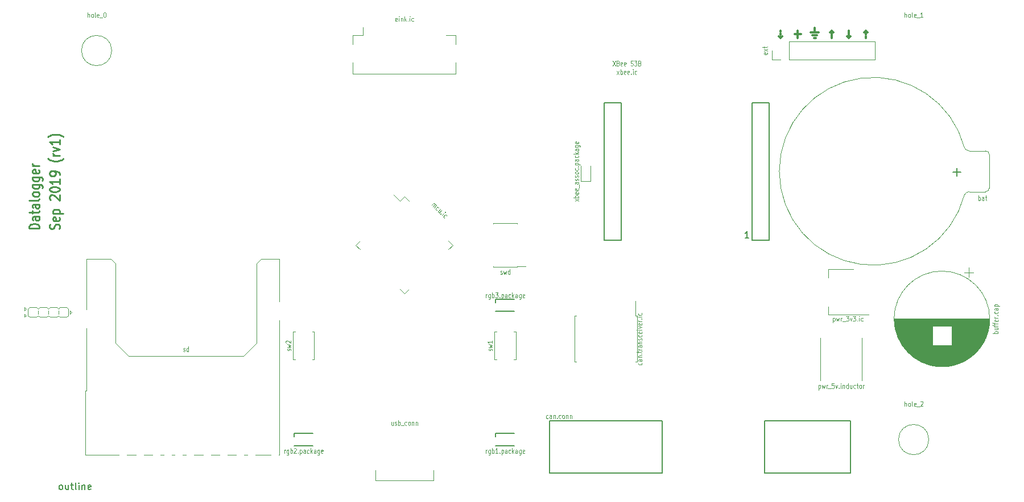
<source format=gbr>
G04 #@! TF.GenerationSoftware,KiCad,Pcbnew,(5.1.0)-1*
G04 #@! TF.CreationDate,2019-09-18T00:43:19-07:00*
G04 #@! TF.ProjectId,design,64657369-676e-42e6-9b69-6361645f7063,rev?*
G04 #@! TF.SameCoordinates,Original*
G04 #@! TF.FileFunction,Legend,Top*
G04 #@! TF.FilePolarity,Positive*
%FSLAX46Y46*%
G04 Gerber Fmt 4.6, Leading zero omitted, Abs format (unit mm)*
G04 Created by KiCad (PCBNEW (5.1.0)-1) date 2019-09-18 00:43:19*
%MOMM*%
%LPD*%
G04 APERTURE LIST*
%ADD10C,0.300000*%
%ADD11C,0.250000*%
%ADD12C,0.120000*%
%ADD13C,0.150000*%
%ADD14C,0.203200*%
%ADD15C,0.100000*%
%ADD16C,0.152400*%
G04 APERTURE END LIST*
D10*
X221000000Y-17995714D02*
X221000000Y-18210000D01*
X221000000Y-18495714D02*
X221000000Y-18638571D01*
X221000000Y-18924285D02*
X221000000Y-19138571D01*
X221238095Y-18852857D02*
X221000000Y-19138571D01*
X220761904Y-18852857D01*
X233700000Y-19138571D02*
X233700000Y-18924285D01*
X233700000Y-18638571D02*
X233700000Y-18495714D01*
X233700000Y-18210000D02*
X233700000Y-17995714D01*
X233461904Y-18281428D02*
X233700000Y-17995714D01*
X233938095Y-18281428D01*
X231160000Y-17995714D02*
X231160000Y-19138571D01*
X231398095Y-18852857D02*
X231160000Y-19138571D01*
X230921904Y-18852857D01*
X228620000Y-19138571D02*
X228620000Y-17995714D01*
X228381904Y-18281428D02*
X228620000Y-17995714D01*
X228858095Y-18281428D01*
X223063809Y-18567142D02*
X224016190Y-18567142D01*
X223540000Y-19138571D02*
X223540000Y-17995714D01*
X225484761Y-18281428D02*
X226675238Y-18281428D01*
X225722857Y-18710000D02*
X226437142Y-18710000D01*
X226080000Y-17638571D02*
X226080000Y-18281428D01*
X226199047Y-19138571D02*
X225960952Y-19138571D01*
D11*
X113607142Y-47599404D02*
X113678571Y-47420833D01*
X113678571Y-47123214D01*
X113607142Y-47004166D01*
X113535714Y-46944642D01*
X113392857Y-46885119D01*
X113250000Y-46885119D01*
X113107142Y-46944642D01*
X113035714Y-47004166D01*
X112964285Y-47123214D01*
X112892857Y-47361309D01*
X112821428Y-47480357D01*
X112750000Y-47539880D01*
X112607142Y-47599404D01*
X112464285Y-47599404D01*
X112321428Y-47539880D01*
X112250000Y-47480357D01*
X112178571Y-47361309D01*
X112178571Y-47063690D01*
X112250000Y-46885119D01*
X113607142Y-45873214D02*
X113678571Y-45992261D01*
X113678571Y-46230357D01*
X113607142Y-46349404D01*
X113464285Y-46408928D01*
X112892857Y-46408928D01*
X112750000Y-46349404D01*
X112678571Y-46230357D01*
X112678571Y-45992261D01*
X112750000Y-45873214D01*
X112892857Y-45813690D01*
X113035714Y-45813690D01*
X113178571Y-46408928D01*
X112678571Y-45277976D02*
X114178571Y-45277976D01*
X112750000Y-45277976D02*
X112678571Y-45158928D01*
X112678571Y-44920833D01*
X112750000Y-44801785D01*
X112821428Y-44742261D01*
X112964285Y-44682738D01*
X113392857Y-44682738D01*
X113535714Y-44742261D01*
X113607142Y-44801785D01*
X113678571Y-44920833D01*
X113678571Y-45158928D01*
X113607142Y-45277976D01*
X112321428Y-43254166D02*
X112250000Y-43194642D01*
X112178571Y-43075595D01*
X112178571Y-42777976D01*
X112250000Y-42658928D01*
X112321428Y-42599404D01*
X112464285Y-42539880D01*
X112607142Y-42539880D01*
X112821428Y-42599404D01*
X113678571Y-43313690D01*
X113678571Y-42539880D01*
X112178571Y-41766071D02*
X112178571Y-41647023D01*
X112250000Y-41527976D01*
X112321428Y-41468452D01*
X112464285Y-41408928D01*
X112750000Y-41349404D01*
X113107142Y-41349404D01*
X113392857Y-41408928D01*
X113535714Y-41468452D01*
X113607142Y-41527976D01*
X113678571Y-41647023D01*
X113678571Y-41766071D01*
X113607142Y-41885119D01*
X113535714Y-41944642D01*
X113392857Y-42004166D01*
X113107142Y-42063690D01*
X112750000Y-42063690D01*
X112464285Y-42004166D01*
X112321428Y-41944642D01*
X112250000Y-41885119D01*
X112178571Y-41766071D01*
X113678571Y-40158928D02*
X113678571Y-40873214D01*
X113678571Y-40516071D02*
X112178571Y-40516071D01*
X112392857Y-40635119D01*
X112535714Y-40754166D01*
X112607142Y-40873214D01*
X113678571Y-39563690D02*
X113678571Y-39325595D01*
X113607142Y-39206547D01*
X113535714Y-39147023D01*
X113321428Y-39027976D01*
X113035714Y-38968452D01*
X112464285Y-38968452D01*
X112321428Y-39027976D01*
X112250000Y-39087500D01*
X112178571Y-39206547D01*
X112178571Y-39444642D01*
X112250000Y-39563690D01*
X112321428Y-39623214D01*
X112464285Y-39682738D01*
X112821428Y-39682738D01*
X112964285Y-39623214D01*
X113035714Y-39563690D01*
X113107142Y-39444642D01*
X113107142Y-39206547D01*
X113035714Y-39087500D01*
X112964285Y-39027976D01*
X112821428Y-38968452D01*
X114250000Y-37123214D02*
X114178571Y-37182738D01*
X113964285Y-37301785D01*
X113821428Y-37361309D01*
X113607142Y-37420833D01*
X113250000Y-37480357D01*
X112964285Y-37480357D01*
X112607142Y-37420833D01*
X112392857Y-37361309D01*
X112250000Y-37301785D01*
X112035714Y-37182738D01*
X111964285Y-37123214D01*
X113678571Y-36647023D02*
X112678571Y-36647023D01*
X112964285Y-36647023D02*
X112821428Y-36587500D01*
X112750000Y-36527976D01*
X112678571Y-36408928D01*
X112678571Y-36289880D01*
X112678571Y-35992261D02*
X113678571Y-35694642D01*
X112678571Y-35397023D01*
X113678571Y-34266071D02*
X113678571Y-34980357D01*
X113678571Y-34623214D02*
X112178571Y-34623214D01*
X112392857Y-34742261D01*
X112535714Y-34861309D01*
X112607142Y-34980357D01*
X114250000Y-33849404D02*
X114178571Y-33789880D01*
X113964285Y-33670833D01*
X113821428Y-33611309D01*
X113607142Y-33551785D01*
X113250000Y-33492261D01*
X112964285Y-33492261D01*
X112607142Y-33551785D01*
X112392857Y-33611309D01*
X112250000Y-33670833D01*
X112035714Y-33789880D01*
X111964285Y-33849404D01*
X110678571Y-47539880D02*
X109178571Y-47539880D01*
X109178571Y-47242261D01*
X109250000Y-47063690D01*
X109392857Y-46944642D01*
X109535714Y-46885119D01*
X109821428Y-46825595D01*
X110035714Y-46825595D01*
X110321428Y-46885119D01*
X110464285Y-46944642D01*
X110607142Y-47063690D01*
X110678571Y-47242261D01*
X110678571Y-47539880D01*
X110678571Y-45754166D02*
X109892857Y-45754166D01*
X109750000Y-45813690D01*
X109678571Y-45932738D01*
X109678571Y-46170833D01*
X109750000Y-46289880D01*
X110607142Y-45754166D02*
X110678571Y-45873214D01*
X110678571Y-46170833D01*
X110607142Y-46289880D01*
X110464285Y-46349404D01*
X110321428Y-46349404D01*
X110178571Y-46289880D01*
X110107142Y-46170833D01*
X110107142Y-45873214D01*
X110035714Y-45754166D01*
X109678571Y-45337500D02*
X109678571Y-44861309D01*
X109178571Y-45158928D02*
X110464285Y-45158928D01*
X110607142Y-45099404D01*
X110678571Y-44980357D01*
X110678571Y-44861309D01*
X110678571Y-43908928D02*
X109892857Y-43908928D01*
X109750000Y-43968452D01*
X109678571Y-44087500D01*
X109678571Y-44325595D01*
X109750000Y-44444642D01*
X110607142Y-43908928D02*
X110678571Y-44027976D01*
X110678571Y-44325595D01*
X110607142Y-44444642D01*
X110464285Y-44504166D01*
X110321428Y-44504166D01*
X110178571Y-44444642D01*
X110107142Y-44325595D01*
X110107142Y-44027976D01*
X110035714Y-43908928D01*
X110678571Y-43135119D02*
X110607142Y-43254166D01*
X110464285Y-43313690D01*
X109178571Y-43313690D01*
X110678571Y-42480357D02*
X110607142Y-42599404D01*
X110535714Y-42658928D01*
X110392857Y-42718452D01*
X109964285Y-42718452D01*
X109821428Y-42658928D01*
X109750000Y-42599404D01*
X109678571Y-42480357D01*
X109678571Y-42301785D01*
X109750000Y-42182738D01*
X109821428Y-42123214D01*
X109964285Y-42063690D01*
X110392857Y-42063690D01*
X110535714Y-42123214D01*
X110607142Y-42182738D01*
X110678571Y-42301785D01*
X110678571Y-42480357D01*
X109678571Y-40992261D02*
X110892857Y-40992261D01*
X111035714Y-41051785D01*
X111107142Y-41111309D01*
X111178571Y-41230357D01*
X111178571Y-41408928D01*
X111107142Y-41527976D01*
X110607142Y-40992261D02*
X110678571Y-41111309D01*
X110678571Y-41349404D01*
X110607142Y-41468452D01*
X110535714Y-41527976D01*
X110392857Y-41587500D01*
X109964285Y-41587500D01*
X109821428Y-41527976D01*
X109750000Y-41468452D01*
X109678571Y-41349404D01*
X109678571Y-41111309D01*
X109750000Y-40992261D01*
X109678571Y-39861309D02*
X110892857Y-39861309D01*
X111035714Y-39920833D01*
X111107142Y-39980357D01*
X111178571Y-40099404D01*
X111178571Y-40277976D01*
X111107142Y-40397023D01*
X110607142Y-39861309D02*
X110678571Y-39980357D01*
X110678571Y-40218452D01*
X110607142Y-40337500D01*
X110535714Y-40397023D01*
X110392857Y-40456547D01*
X109964285Y-40456547D01*
X109821428Y-40397023D01*
X109750000Y-40337500D01*
X109678571Y-40218452D01*
X109678571Y-39980357D01*
X109750000Y-39861309D01*
X110607142Y-38789880D02*
X110678571Y-38908928D01*
X110678571Y-39147023D01*
X110607142Y-39266071D01*
X110464285Y-39325595D01*
X109892857Y-39325595D01*
X109750000Y-39266071D01*
X109678571Y-39147023D01*
X109678571Y-38908928D01*
X109750000Y-38789880D01*
X109892857Y-38730357D01*
X110035714Y-38730357D01*
X110178571Y-39325595D01*
X110678571Y-38194642D02*
X109678571Y-38194642D01*
X109964285Y-38194642D02*
X109821428Y-38135119D01*
X109750000Y-38075595D01*
X109678571Y-37956547D01*
X109678571Y-37837500D01*
D12*
X146420000Y-52080000D02*
X143640000Y-52080000D01*
X142980000Y-52740000D02*
X143640000Y-52080000D01*
X142980000Y-52740000D02*
X142980000Y-64640000D01*
X146420000Y-58420000D02*
X146420000Y-52080000D01*
X146420000Y-81320000D02*
X146420000Y-61180000D01*
X117680000Y-52080000D02*
X121360000Y-52080000D01*
X122020000Y-52740000D02*
X121360000Y-52080000D01*
X122020000Y-52740000D02*
X122020000Y-64640000D01*
X117680000Y-59620000D02*
X117680000Y-52080000D01*
X141040000Y-66580000D02*
X123960000Y-66580000D01*
X141040000Y-66580000D02*
X142980000Y-64640000D01*
X123960000Y-66580000D02*
X122020000Y-64640000D01*
X117480000Y-71680000D02*
X117480000Y-81320000D01*
X117680000Y-71680000D02*
X117680000Y-62380000D01*
X146320000Y-81320000D02*
X146420000Y-81320000D01*
X117480000Y-81320000D02*
X122540000Y-81320000D01*
X123700000Y-81320000D02*
X125040000Y-81320000D01*
X126200000Y-81320000D02*
X127540000Y-81320000D01*
X128700000Y-81320000D02*
X129240000Y-81320000D01*
X130400000Y-81320000D02*
X130840000Y-81320000D01*
X132000000Y-81320000D02*
X132540000Y-81320000D01*
X133700000Y-81320000D02*
X135040000Y-81320000D01*
X136200000Y-81320000D02*
X137540000Y-81320000D01*
X138700000Y-81320000D02*
X139970000Y-81320000D01*
X141130000Y-81320000D02*
X141670000Y-81320000D01*
X142830000Y-81320000D02*
X145160000Y-81320000D01*
X117680000Y-71680000D02*
X117480000Y-71680000D01*
X181765000Y-53235000D02*
X178235000Y-53235000D01*
X181765000Y-46765000D02*
X178235000Y-46765000D01*
X183090000Y-53170000D02*
X181765000Y-53170000D01*
X181765000Y-53235000D02*
X181765000Y-53170000D01*
X178235000Y-53235000D02*
X178235000Y-53170000D01*
X181765000Y-46830000D02*
X181765000Y-46765000D01*
X178235000Y-46830000D02*
X178235000Y-46765000D01*
D13*
X218600000Y-84000000D02*
X231400000Y-84000000D01*
X231400000Y-84000000D02*
X231400000Y-76200000D01*
X231400000Y-76200000D02*
X218600000Y-76200000D01*
X218600000Y-76200000D02*
X218600000Y-84000000D01*
X178600000Y-78100000D02*
X181400000Y-78100000D01*
X178600000Y-78600000D02*
X178600000Y-78100000D01*
X178600000Y-79900000D02*
X181400000Y-79900000D01*
D12*
X190315000Y-64000000D02*
X190315000Y-67420000D01*
X190315000Y-67420000D02*
X190605000Y-67420000D01*
X190315000Y-64000000D02*
X190315000Y-60580000D01*
X190315000Y-60580000D02*
X190605000Y-60580000D01*
X199685000Y-64000000D02*
X199685000Y-67420000D01*
X199685000Y-67420000D02*
X199395000Y-67420000D01*
X199685000Y-64000000D02*
X199685000Y-60580000D01*
X199685000Y-60580000D02*
X199395000Y-60580000D01*
X199395000Y-60580000D02*
X199395000Y-58300000D01*
D13*
X186600000Y-84000000D02*
X203400000Y-84000000D01*
X203400000Y-84000000D02*
X203400000Y-76200000D01*
X203400000Y-76200000D02*
X186600000Y-76200000D01*
X186600000Y-76200000D02*
X186600000Y-84000000D01*
D14*
X197251480Y-49249640D02*
X194752120Y-49249640D01*
X194752120Y-49249640D02*
X194752120Y-28749300D01*
X194752120Y-28749300D02*
X197251480Y-28749300D01*
X197251480Y-49249640D02*
X197251480Y-28749300D01*
X216748520Y-49249640D02*
X219247880Y-49249640D01*
X219247880Y-49249640D02*
X219247880Y-28749300D01*
X219247880Y-28749300D02*
X216748520Y-28749300D01*
X216748520Y-49249640D02*
X216748520Y-28749300D01*
D12*
X191265000Y-38200000D02*
X191265000Y-40485000D01*
X191265000Y-40485000D02*
X192735000Y-40485000D01*
X192735000Y-40485000D02*
X192735000Y-38200000D01*
X220800262Y-39015231D02*
G75*
G02X248350000Y-35480000I13999738J15231D01*
G01*
X220800262Y-38984769D02*
G75*
G03X248350000Y-42520000I13999738J-15231D01*
G01*
X248345231Y-35456515D02*
G75*
G03X249050000Y-35950000I704769J256515D01*
G01*
X248345231Y-42543485D02*
G75*
G02X249050000Y-42050000I704769J-256515D01*
G01*
X249050000Y-42050000D02*
X251500000Y-42050000D01*
X251500000Y-35950000D02*
X249050000Y-35950000D01*
X251500000Y-42050000D02*
G75*
G03X252050000Y-41500000I0J550000D01*
G01*
X251500000Y-35950000D02*
G75*
G02X252050000Y-36500000I0J-550000D01*
G01*
X252050000Y-41500000D02*
X252050000Y-36500000D01*
X158840000Y-18700000D02*
X157350000Y-18700000D01*
X157350000Y-18700000D02*
X157350000Y-20040000D01*
X171160000Y-18700000D02*
X172650000Y-18700000D01*
X172650000Y-18700000D02*
X172650000Y-20040000D01*
X157350000Y-22760000D02*
X157350000Y-24500000D01*
X157350000Y-24500000D02*
X172650000Y-24500000D01*
X172650000Y-24500000D02*
X172650000Y-22760000D01*
X158840000Y-18700000D02*
X158840000Y-17500000D01*
X252120000Y-61000000D02*
G75*
G03X252120000Y-61000000I-7120000J0D01*
G01*
X252080000Y-61000000D02*
X237920000Y-61000000D01*
X252080000Y-61040000D02*
X237920000Y-61040000D01*
X252080000Y-61080000D02*
X237920000Y-61080000D01*
X252079000Y-61120000D02*
X237921000Y-61120000D01*
X252079000Y-61160000D02*
X237921000Y-61160000D01*
X252078000Y-61200000D02*
X237922000Y-61200000D01*
X252076000Y-61240000D02*
X237924000Y-61240000D01*
X252075000Y-61280000D02*
X237925000Y-61280000D01*
X252073000Y-61320000D02*
X237927000Y-61320000D01*
X252071000Y-61360000D02*
X237929000Y-61360000D01*
X252069000Y-61400000D02*
X237931000Y-61400000D01*
X252067000Y-61440000D02*
X237933000Y-61440000D01*
X252064000Y-61480000D02*
X237936000Y-61480000D01*
X252061000Y-61520000D02*
X237939000Y-61520000D01*
X252058000Y-61560000D02*
X237942000Y-61560000D01*
X252055000Y-61600000D02*
X237945000Y-61600000D01*
X252052000Y-61640000D02*
X237948000Y-61640000D01*
X252048000Y-61680000D02*
X237952000Y-61680000D01*
X252044000Y-61721000D02*
X237956000Y-61721000D01*
X252040000Y-61761000D02*
X237960000Y-61761000D01*
X252035000Y-61801000D02*
X237965000Y-61801000D01*
X252031000Y-61841000D02*
X237969000Y-61841000D01*
X252026000Y-61881000D02*
X237974000Y-61881000D01*
X252021000Y-61921000D02*
X237979000Y-61921000D01*
X252015000Y-61961000D02*
X237985000Y-61961000D01*
X252010000Y-62001000D02*
X237990000Y-62001000D01*
X252004000Y-62041000D02*
X237996000Y-62041000D01*
X251998000Y-62081000D02*
X246440000Y-62081000D01*
X243560000Y-62081000D02*
X238002000Y-62081000D01*
X251992000Y-62121000D02*
X246440000Y-62121000D01*
X243560000Y-62121000D02*
X238008000Y-62121000D01*
X251985000Y-62161000D02*
X246440000Y-62161000D01*
X243560000Y-62161000D02*
X238015000Y-62161000D01*
X251979000Y-62201000D02*
X246440000Y-62201000D01*
X243560000Y-62201000D02*
X238021000Y-62201000D01*
X251972000Y-62241000D02*
X246440000Y-62241000D01*
X243560000Y-62241000D02*
X238028000Y-62241000D01*
X251964000Y-62281000D02*
X246440000Y-62281000D01*
X243560000Y-62281000D02*
X238036000Y-62281000D01*
X251957000Y-62321000D02*
X246440000Y-62321000D01*
X243560000Y-62321000D02*
X238043000Y-62321000D01*
X251949000Y-62361000D02*
X246440000Y-62361000D01*
X243560000Y-62361000D02*
X238051000Y-62361000D01*
X251942000Y-62401000D02*
X246440000Y-62401000D01*
X243560000Y-62401000D02*
X238058000Y-62401000D01*
X251933000Y-62441000D02*
X246440000Y-62441000D01*
X243560000Y-62441000D02*
X238067000Y-62441000D01*
X251925000Y-62481000D02*
X246440000Y-62481000D01*
X243560000Y-62481000D02*
X238075000Y-62481000D01*
X251916000Y-62521000D02*
X246440000Y-62521000D01*
X243560000Y-62521000D02*
X238084000Y-62521000D01*
X251907000Y-62561000D02*
X246440000Y-62561000D01*
X243560000Y-62561000D02*
X238093000Y-62561000D01*
X251898000Y-62601000D02*
X246440000Y-62601000D01*
X243560000Y-62601000D02*
X238102000Y-62601000D01*
X251889000Y-62641000D02*
X246440000Y-62641000D01*
X243560000Y-62641000D02*
X238111000Y-62641000D01*
X251879000Y-62681000D02*
X246440000Y-62681000D01*
X243560000Y-62681000D02*
X238121000Y-62681000D01*
X251870000Y-62721000D02*
X246440000Y-62721000D01*
X243560000Y-62721000D02*
X238130000Y-62721000D01*
X251860000Y-62761000D02*
X246440000Y-62761000D01*
X243560000Y-62761000D02*
X238140000Y-62761000D01*
X251849000Y-62801000D02*
X246440000Y-62801000D01*
X243560000Y-62801000D02*
X238151000Y-62801000D01*
X251839000Y-62841000D02*
X246440000Y-62841000D01*
X243560000Y-62841000D02*
X238161000Y-62841000D01*
X251828000Y-62881000D02*
X246440000Y-62881000D01*
X243560000Y-62881000D02*
X238172000Y-62881000D01*
X251817000Y-62921000D02*
X246440000Y-62921000D01*
X243560000Y-62921000D02*
X238183000Y-62921000D01*
X251805000Y-62961000D02*
X246440000Y-62961000D01*
X243560000Y-62961000D02*
X238195000Y-62961000D01*
X251794000Y-63001000D02*
X246440000Y-63001000D01*
X243560000Y-63001000D02*
X238206000Y-63001000D01*
X251782000Y-63041000D02*
X246440000Y-63041000D01*
X243560000Y-63041000D02*
X238218000Y-63041000D01*
X251770000Y-63081000D02*
X246440000Y-63081000D01*
X243560000Y-63081000D02*
X238230000Y-63081000D01*
X251758000Y-63121000D02*
X246440000Y-63121000D01*
X243560000Y-63121000D02*
X238242000Y-63121000D01*
X251745000Y-63161000D02*
X246440000Y-63161000D01*
X243560000Y-63161000D02*
X238255000Y-63161000D01*
X251732000Y-63201000D02*
X246440000Y-63201000D01*
X243560000Y-63201000D02*
X238268000Y-63201000D01*
X251719000Y-63241000D02*
X246440000Y-63241000D01*
X243560000Y-63241000D02*
X238281000Y-63241000D01*
X251706000Y-63281000D02*
X246440000Y-63281000D01*
X243560000Y-63281000D02*
X238294000Y-63281000D01*
X251692000Y-63321000D02*
X246440000Y-63321000D01*
X243560000Y-63321000D02*
X238308000Y-63321000D01*
X251678000Y-63361000D02*
X246440000Y-63361000D01*
X243560000Y-63361000D02*
X238322000Y-63361000D01*
X251664000Y-63401000D02*
X246440000Y-63401000D01*
X243560000Y-63401000D02*
X238336000Y-63401000D01*
X251649000Y-63441000D02*
X246440000Y-63441000D01*
X243560000Y-63441000D02*
X238351000Y-63441000D01*
X251635000Y-63481000D02*
X246440000Y-63481000D01*
X243560000Y-63481000D02*
X238365000Y-63481000D01*
X251620000Y-63521000D02*
X246440000Y-63521000D01*
X243560000Y-63521000D02*
X238380000Y-63521000D01*
X251604000Y-63561000D02*
X246440000Y-63561000D01*
X243560000Y-63561000D02*
X238396000Y-63561000D01*
X251589000Y-63601000D02*
X246440000Y-63601000D01*
X243560000Y-63601000D02*
X238411000Y-63601000D01*
X251573000Y-63641000D02*
X246440000Y-63641000D01*
X243560000Y-63641000D02*
X238427000Y-63641000D01*
X251557000Y-63681000D02*
X246440000Y-63681000D01*
X243560000Y-63681000D02*
X238443000Y-63681000D01*
X251540000Y-63721000D02*
X246440000Y-63721000D01*
X243560000Y-63721000D02*
X238460000Y-63721000D01*
X251524000Y-63761000D02*
X246440000Y-63761000D01*
X243560000Y-63761000D02*
X238476000Y-63761000D01*
X251507000Y-63801000D02*
X246440000Y-63801000D01*
X243560000Y-63801000D02*
X238493000Y-63801000D01*
X251490000Y-63841000D02*
X246440000Y-63841000D01*
X243560000Y-63841000D02*
X238510000Y-63841000D01*
X251472000Y-63881000D02*
X246440000Y-63881000D01*
X243560000Y-63881000D02*
X238528000Y-63881000D01*
X251454000Y-63921000D02*
X246440000Y-63921000D01*
X243560000Y-63921000D02*
X238546000Y-63921000D01*
X251436000Y-63961000D02*
X246440000Y-63961000D01*
X243560000Y-63961000D02*
X238564000Y-63961000D01*
X251418000Y-64001000D02*
X246440000Y-64001000D01*
X243560000Y-64001000D02*
X238582000Y-64001000D01*
X251399000Y-64041000D02*
X246440000Y-64041000D01*
X243560000Y-64041000D02*
X238601000Y-64041000D01*
X251380000Y-64081000D02*
X246440000Y-64081000D01*
X243560000Y-64081000D02*
X238620000Y-64081000D01*
X251360000Y-64121000D02*
X246440000Y-64121000D01*
X243560000Y-64121000D02*
X238640000Y-64121000D01*
X251341000Y-64161000D02*
X246440000Y-64161000D01*
X243560000Y-64161000D02*
X238659000Y-64161000D01*
X251321000Y-64201000D02*
X246440000Y-64201000D01*
X243560000Y-64201000D02*
X238679000Y-64201000D01*
X251301000Y-64241000D02*
X246440000Y-64241000D01*
X243560000Y-64241000D02*
X238699000Y-64241000D01*
X251280000Y-64281000D02*
X246440000Y-64281000D01*
X243560000Y-64281000D02*
X238720000Y-64281000D01*
X251259000Y-64321000D02*
X246440000Y-64321000D01*
X243560000Y-64321000D02*
X238741000Y-64321000D01*
X251238000Y-64361000D02*
X246440000Y-64361000D01*
X243560000Y-64361000D02*
X238762000Y-64361000D01*
X251216000Y-64401000D02*
X246440000Y-64401000D01*
X243560000Y-64401000D02*
X238784000Y-64401000D01*
X251194000Y-64441000D02*
X246440000Y-64441000D01*
X243560000Y-64441000D02*
X238806000Y-64441000D01*
X251172000Y-64481000D02*
X246440000Y-64481000D01*
X243560000Y-64481000D02*
X238828000Y-64481000D01*
X251150000Y-64521000D02*
X246440000Y-64521000D01*
X243560000Y-64521000D02*
X238850000Y-64521000D01*
X251127000Y-64561000D02*
X246440000Y-64561000D01*
X243560000Y-64561000D02*
X238873000Y-64561000D01*
X251103000Y-64601000D02*
X246440000Y-64601000D01*
X243560000Y-64601000D02*
X238897000Y-64601000D01*
X251080000Y-64641000D02*
X246440000Y-64641000D01*
X243560000Y-64641000D02*
X238920000Y-64641000D01*
X251056000Y-64681000D02*
X246440000Y-64681000D01*
X243560000Y-64681000D02*
X238944000Y-64681000D01*
X251031000Y-64721000D02*
X246440000Y-64721000D01*
X243560000Y-64721000D02*
X238969000Y-64721000D01*
X251007000Y-64761000D02*
X246440000Y-64761000D01*
X243560000Y-64761000D02*
X238993000Y-64761000D01*
X250982000Y-64801000D02*
X246440000Y-64801000D01*
X243560000Y-64801000D02*
X239018000Y-64801000D01*
X250956000Y-64841000D02*
X246440000Y-64841000D01*
X243560000Y-64841000D02*
X239044000Y-64841000D01*
X250930000Y-64881000D02*
X246440000Y-64881000D01*
X243560000Y-64881000D02*
X239070000Y-64881000D01*
X250904000Y-64921000D02*
X246440000Y-64921000D01*
X243560000Y-64921000D02*
X239096000Y-64921000D01*
X250878000Y-64961000D02*
X239122000Y-64961000D01*
X250851000Y-65001000D02*
X239149000Y-65001000D01*
X250823000Y-65041000D02*
X239177000Y-65041000D01*
X250796000Y-65081000D02*
X239204000Y-65081000D01*
X250767000Y-65121000D02*
X239233000Y-65121000D01*
X250739000Y-65161000D02*
X239261000Y-65161000D01*
X250710000Y-65201000D02*
X239290000Y-65201000D01*
X250680000Y-65241000D02*
X239320000Y-65241000D01*
X250650000Y-65281000D02*
X239350000Y-65281000D01*
X250620000Y-65321000D02*
X239380000Y-65321000D01*
X250589000Y-65361000D02*
X239411000Y-65361000D01*
X250558000Y-65401000D02*
X239442000Y-65401000D01*
X250527000Y-65441000D02*
X239473000Y-65441000D01*
X250494000Y-65481000D02*
X239506000Y-65481000D01*
X250462000Y-65521000D02*
X239538000Y-65521000D01*
X250429000Y-65561000D02*
X239571000Y-65561000D01*
X250395000Y-65601000D02*
X239605000Y-65601000D01*
X250361000Y-65641000D02*
X239639000Y-65641000D01*
X250326000Y-65681000D02*
X239674000Y-65681000D01*
X250291000Y-65721000D02*
X239709000Y-65721000D01*
X250255000Y-65761000D02*
X239745000Y-65761000D01*
X250219000Y-65801000D02*
X239781000Y-65801000D01*
X250182000Y-65841000D02*
X239818000Y-65841000D01*
X250145000Y-65881000D02*
X239855000Y-65881000D01*
X250107000Y-65921000D02*
X239893000Y-65921000D01*
X250069000Y-65961000D02*
X239931000Y-65961000D01*
X250029000Y-66001000D02*
X239971000Y-66001000D01*
X249990000Y-66041000D02*
X240010000Y-66041000D01*
X249949000Y-66081000D02*
X240051000Y-66081000D01*
X249908000Y-66121000D02*
X240092000Y-66121000D01*
X249866000Y-66161000D02*
X240134000Y-66161000D01*
X249824000Y-66201000D02*
X240176000Y-66201000D01*
X249781000Y-66241000D02*
X240219000Y-66241000D01*
X249737000Y-66281000D02*
X240263000Y-66281000D01*
X249693000Y-66321000D02*
X240307000Y-66321000D01*
X249647000Y-66361000D02*
X240353000Y-66361000D01*
X249601000Y-66401000D02*
X240399000Y-66401000D01*
X249554000Y-66441000D02*
X240446000Y-66441000D01*
X249506000Y-66481000D02*
X240494000Y-66481000D01*
X249458000Y-66521000D02*
X240542000Y-66521000D01*
X249408000Y-66561000D02*
X240592000Y-66561000D01*
X249358000Y-66601000D02*
X240642000Y-66601000D01*
X249306000Y-66641000D02*
X240694000Y-66641000D01*
X249254000Y-66681000D02*
X240746000Y-66681000D01*
X249200000Y-66721000D02*
X240800000Y-66721000D01*
X249146000Y-66761000D02*
X240854000Y-66761000D01*
X249090000Y-66801000D02*
X240910000Y-66801000D01*
X249033000Y-66841000D02*
X240967000Y-66841000D01*
X248975000Y-66881000D02*
X241025000Y-66881000D01*
X248916000Y-66921000D02*
X241084000Y-66921000D01*
X248856000Y-66961000D02*
X241144000Y-66961000D01*
X248794000Y-67001000D02*
X241206000Y-67001000D01*
X248730000Y-67041000D02*
X241270000Y-67041000D01*
X248666000Y-67081000D02*
X241334000Y-67081000D01*
X248599000Y-67121000D02*
X241401000Y-67121000D01*
X248531000Y-67161000D02*
X241469000Y-67161000D01*
X248461000Y-67201000D02*
X241539000Y-67201000D01*
X248389000Y-67241000D02*
X241611000Y-67241000D01*
X248315000Y-67281000D02*
X241685000Y-67281000D01*
X248240000Y-67321000D02*
X241760000Y-67321000D01*
X248161000Y-67361000D02*
X241839000Y-67361000D01*
X248080000Y-67401000D02*
X241920000Y-67401000D01*
X247997000Y-67441000D02*
X242003000Y-67441000D01*
X247911000Y-67481000D02*
X242089000Y-67481000D01*
X247821000Y-67521000D02*
X242179000Y-67521000D01*
X247728000Y-67561000D02*
X242272000Y-67561000D01*
X247632000Y-67601000D02*
X242368000Y-67601000D01*
X247530000Y-67641000D02*
X242470000Y-67641000D01*
X247425000Y-67681000D02*
X242575000Y-67681000D01*
X247313000Y-67721000D02*
X242687000Y-67721000D01*
X247196000Y-67761000D02*
X242804000Y-67761000D01*
X247071000Y-67801000D02*
X242929000Y-67801000D01*
X246938000Y-67841000D02*
X243062000Y-67841000D01*
X246794000Y-67881000D02*
X243206000Y-67881000D01*
X246636000Y-67921000D02*
X243364000Y-67921000D01*
X246461000Y-67961000D02*
X243539000Y-67961000D01*
X246262000Y-68001000D02*
X243738000Y-68001000D01*
X246025000Y-68041000D02*
X243975000Y-68041000D01*
X245714000Y-68081000D02*
X244286000Y-68081000D01*
X248995000Y-53380457D02*
X248995000Y-54780457D01*
X249695000Y-54080457D02*
X248295000Y-54080457D01*
X226900000Y-70150000D02*
X226900000Y-63850000D01*
X233100000Y-70150000D02*
X233100000Y-63850000D01*
X228090000Y-53590000D02*
X228090000Y-54850000D01*
X228090000Y-60410000D02*
X228090000Y-59150000D01*
X231850000Y-53590000D02*
X228090000Y-53590000D01*
X234100000Y-60410000D02*
X228090000Y-60410000D01*
X164328249Y-56554880D02*
X165000000Y-57226631D01*
X165000000Y-57226631D02*
X165671751Y-56554880D01*
X158445120Y-50671751D02*
X157773369Y-50000000D01*
X157773369Y-50000000D02*
X158445120Y-49328249D01*
X171554880Y-49328249D02*
X172226631Y-50000000D01*
X172226631Y-50000000D02*
X171554880Y-50671751D01*
X165671751Y-43445120D02*
X165000000Y-42773369D01*
X165000000Y-42773369D02*
X164328249Y-43445120D01*
X164328249Y-43445120D02*
X163380725Y-42497597D01*
D13*
X148600000Y-79900000D02*
X151400000Y-79900000D01*
X148600000Y-78600000D02*
X148600000Y-78100000D01*
X148600000Y-78100000D02*
X151400000Y-78100000D01*
X178600000Y-58100000D02*
X181400000Y-58100000D01*
X178600000Y-58600000D02*
X178600000Y-58100000D01*
X178600000Y-59900000D02*
X181400000Y-59900000D01*
D12*
X235030000Y-22330000D02*
X235030000Y-19670000D01*
X222270000Y-22330000D02*
X235030000Y-22330000D01*
X222270000Y-19670000D02*
X235030000Y-19670000D01*
X222270000Y-22330000D02*
X222270000Y-19670000D01*
X221000000Y-22330000D02*
X219670000Y-22330000D01*
X219670000Y-22330000D02*
X219670000Y-21000000D01*
X178430000Y-62930000D02*
X178730000Y-62930000D01*
X181570000Y-67070000D02*
X181270000Y-67070000D01*
X178730000Y-67070000D02*
X178430000Y-67070000D01*
X181570000Y-62930000D02*
X181570000Y-67070000D01*
X181270000Y-62930000D02*
X181570000Y-62930000D01*
X178430000Y-67070000D02*
X178430000Y-62930000D01*
X148430000Y-67070000D02*
X148430000Y-62930000D01*
X151270000Y-62930000D02*
X151570000Y-62930000D01*
X151570000Y-62930000D02*
X151570000Y-67070000D01*
X148730000Y-67070000D02*
X148430000Y-67070000D01*
X151570000Y-67070000D02*
X151270000Y-67070000D01*
X148430000Y-62930000D02*
X148730000Y-62930000D01*
D15*
X160680000Y-83600000D02*
X160680000Y-85100000D01*
X160680000Y-85100000D02*
X169320000Y-85100000D01*
X169320000Y-85100000D02*
X169320000Y-83600000D01*
X121450000Y-21000000D02*
G75*
G03X121450000Y-21000000I-2250000J0D01*
G01*
X243050000Y-79000000D02*
G75*
G03X243050000Y-79000000I-2250000J0D01*
G01*
X109000000Y-60500000D02*
X109250000Y-60750000D01*
X109250000Y-60750000D02*
X110250000Y-60750000D01*
X110250000Y-60750000D02*
X110500000Y-60500000D01*
X110500000Y-60250000D02*
X110500000Y-59750000D01*
X110500000Y-59500000D02*
X110250000Y-59250000D01*
X109250000Y-59250000D02*
X109000000Y-59500000D01*
X110250000Y-59250000D02*
X109250000Y-59250000D01*
X109000000Y-59500000D02*
X109000000Y-60500000D01*
X110500000Y-60500000D02*
X110750000Y-60750000D01*
X111750000Y-60750000D02*
X112000000Y-60500000D01*
X111750000Y-59250000D02*
X110750000Y-59250000D01*
X110750000Y-59250000D02*
X110500000Y-59500000D01*
X112000000Y-59500000D02*
X111750000Y-59250000D01*
X110750000Y-60750000D02*
X111750000Y-60750000D01*
X112000000Y-60250000D02*
X112000000Y-59750000D01*
X112000000Y-60500000D02*
X112250000Y-60750000D01*
X113250000Y-60750000D02*
X113500000Y-60500000D01*
X113250000Y-59250000D02*
X112250000Y-59250000D01*
X112250000Y-59250000D02*
X112000000Y-59500000D01*
X113500000Y-59500000D02*
X113250000Y-59250000D01*
X112250000Y-60750000D02*
X113250000Y-60750000D01*
X113500000Y-60250000D02*
X113500000Y-59750000D01*
X113500000Y-60500000D02*
X113750000Y-60750000D01*
X114750000Y-60750000D02*
X115000000Y-60500000D01*
X114750000Y-59250000D02*
X113750000Y-59250000D01*
X113750000Y-59250000D02*
X113500000Y-59500000D01*
X115000000Y-59500000D02*
X114750000Y-59250000D01*
X113750000Y-60750000D02*
X114750000Y-60750000D01*
X115000000Y-60500000D02*
X115000000Y-59500000D01*
X108500000Y-59250000D02*
X108750000Y-59500000D01*
X108750000Y-59500000D02*
X108500000Y-59750000D01*
X108500000Y-59750000D02*
X108500000Y-59250000D01*
X108750000Y-60500000D02*
X108500000Y-60750000D01*
X108500000Y-60750000D02*
X108500000Y-60250000D01*
X108500000Y-60250000D02*
X108750000Y-60500000D01*
X115500000Y-60000000D02*
X115250000Y-60250000D01*
X115250000Y-60250000D02*
X115250000Y-59750000D01*
X115250000Y-59750000D02*
X115500000Y-60000000D01*
X132100000Y-65803571D02*
X132157142Y-65839285D01*
X132271428Y-65839285D01*
X132328571Y-65803571D01*
X132357142Y-65732142D01*
X132357142Y-65696428D01*
X132328571Y-65625000D01*
X132271428Y-65589285D01*
X132185714Y-65589285D01*
X132128571Y-65553571D01*
X132100000Y-65482142D01*
X132100000Y-65446428D01*
X132128571Y-65375000D01*
X132185714Y-65339285D01*
X132271428Y-65339285D01*
X132328571Y-65375000D01*
X132871428Y-65839285D02*
X132871428Y-65089285D01*
X132871428Y-65803571D02*
X132814285Y-65839285D01*
X132700000Y-65839285D01*
X132642857Y-65803571D01*
X132614285Y-65767857D01*
X132585714Y-65696428D01*
X132585714Y-65482142D01*
X132614285Y-65410714D01*
X132642857Y-65375000D01*
X132700000Y-65339285D01*
X132814285Y-65339285D01*
X132871428Y-65375000D01*
X179285714Y-54303571D02*
X179342857Y-54339285D01*
X179457142Y-54339285D01*
X179514285Y-54303571D01*
X179542857Y-54232142D01*
X179542857Y-54196428D01*
X179514285Y-54125000D01*
X179457142Y-54089285D01*
X179371428Y-54089285D01*
X179314285Y-54053571D01*
X179285714Y-53982142D01*
X179285714Y-53946428D01*
X179314285Y-53875000D01*
X179371428Y-53839285D01*
X179457142Y-53839285D01*
X179514285Y-53875000D01*
X179742857Y-53839285D02*
X179857142Y-54339285D01*
X179971428Y-53982142D01*
X180085714Y-54339285D01*
X180200000Y-53839285D01*
X180685714Y-54339285D02*
X180685714Y-53589285D01*
X180685714Y-54303571D02*
X180628571Y-54339285D01*
X180514285Y-54339285D01*
X180457142Y-54303571D01*
X180428571Y-54267857D01*
X180400000Y-54196428D01*
X180400000Y-53982142D01*
X180428571Y-53910714D01*
X180457142Y-53875000D01*
X180514285Y-53839285D01*
X180628571Y-53839285D01*
X180685714Y-53875000D01*
X177142857Y-81039285D02*
X177142857Y-80539285D01*
X177142857Y-80682142D02*
X177171428Y-80610714D01*
X177200000Y-80575000D01*
X177257142Y-80539285D01*
X177314285Y-80539285D01*
X177771428Y-80539285D02*
X177771428Y-81146428D01*
X177742857Y-81217857D01*
X177714285Y-81253571D01*
X177657142Y-81289285D01*
X177571428Y-81289285D01*
X177514285Y-81253571D01*
X177771428Y-81003571D02*
X177714285Y-81039285D01*
X177600000Y-81039285D01*
X177542857Y-81003571D01*
X177514285Y-80967857D01*
X177485714Y-80896428D01*
X177485714Y-80682142D01*
X177514285Y-80610714D01*
X177542857Y-80575000D01*
X177600000Y-80539285D01*
X177714285Y-80539285D01*
X177771428Y-80575000D01*
X178057142Y-81039285D02*
X178057142Y-80289285D01*
X178057142Y-80575000D02*
X178114285Y-80539285D01*
X178228571Y-80539285D01*
X178285714Y-80575000D01*
X178314285Y-80610714D01*
X178342857Y-80682142D01*
X178342857Y-80896428D01*
X178314285Y-80967857D01*
X178285714Y-81003571D01*
X178228571Y-81039285D01*
X178114285Y-81039285D01*
X178057142Y-81003571D01*
X178914285Y-81039285D02*
X178571428Y-81039285D01*
X178742857Y-81039285D02*
X178742857Y-80289285D01*
X178685714Y-80396428D01*
X178628571Y-80467857D01*
X178571428Y-80503571D01*
X179171428Y-80967857D02*
X179200000Y-81003571D01*
X179171428Y-81039285D01*
X179142857Y-81003571D01*
X179171428Y-80967857D01*
X179171428Y-81039285D01*
X179457142Y-80539285D02*
X179457142Y-81289285D01*
X179457142Y-80575000D02*
X179514285Y-80539285D01*
X179628571Y-80539285D01*
X179685714Y-80575000D01*
X179714285Y-80610714D01*
X179742857Y-80682142D01*
X179742857Y-80896428D01*
X179714285Y-80967857D01*
X179685714Y-81003571D01*
X179628571Y-81039285D01*
X179514285Y-81039285D01*
X179457142Y-81003571D01*
X180257142Y-81039285D02*
X180257142Y-80646428D01*
X180228571Y-80575000D01*
X180171428Y-80539285D01*
X180057142Y-80539285D01*
X180000000Y-80575000D01*
X180257142Y-81003571D02*
X180200000Y-81039285D01*
X180057142Y-81039285D01*
X180000000Y-81003571D01*
X179971428Y-80932142D01*
X179971428Y-80860714D01*
X180000000Y-80789285D01*
X180057142Y-80753571D01*
X180200000Y-80753571D01*
X180257142Y-80717857D01*
X180800000Y-81003571D02*
X180742857Y-81039285D01*
X180628571Y-81039285D01*
X180571428Y-81003571D01*
X180542857Y-80967857D01*
X180514285Y-80896428D01*
X180514285Y-80682142D01*
X180542857Y-80610714D01*
X180571428Y-80575000D01*
X180628571Y-80539285D01*
X180742857Y-80539285D01*
X180800000Y-80575000D01*
X181057142Y-81039285D02*
X181057142Y-80289285D01*
X181114285Y-80753571D02*
X181285714Y-81039285D01*
X181285714Y-80539285D02*
X181057142Y-80825000D01*
X181800000Y-81039285D02*
X181800000Y-80646428D01*
X181771428Y-80575000D01*
X181714285Y-80539285D01*
X181600000Y-80539285D01*
X181542857Y-80575000D01*
X181800000Y-81003571D02*
X181742857Y-81039285D01*
X181600000Y-81039285D01*
X181542857Y-81003571D01*
X181514285Y-80932142D01*
X181514285Y-80860714D01*
X181542857Y-80789285D01*
X181600000Y-80753571D01*
X181742857Y-80753571D01*
X181800000Y-80717857D01*
X182342857Y-80539285D02*
X182342857Y-81146428D01*
X182314285Y-81217857D01*
X182285714Y-81253571D01*
X182228571Y-81289285D01*
X182142857Y-81289285D01*
X182085714Y-81253571D01*
X182342857Y-81003571D02*
X182285714Y-81039285D01*
X182171428Y-81039285D01*
X182114285Y-81003571D01*
X182085714Y-80967857D01*
X182057142Y-80896428D01*
X182057142Y-80682142D01*
X182085714Y-80610714D01*
X182114285Y-80575000D01*
X182171428Y-80539285D01*
X182285714Y-80539285D01*
X182342857Y-80575000D01*
X182857142Y-81003571D02*
X182800000Y-81039285D01*
X182685714Y-81039285D01*
X182628571Y-81003571D01*
X182600000Y-80932142D01*
X182600000Y-80646428D01*
X182628571Y-80575000D01*
X182685714Y-80539285D01*
X182800000Y-80539285D01*
X182857142Y-80575000D01*
X182885714Y-80646428D01*
X182885714Y-80717857D01*
X182600000Y-80789285D01*
X200303571Y-67557142D02*
X200339285Y-67614285D01*
X200339285Y-67728571D01*
X200303571Y-67785714D01*
X200267857Y-67814285D01*
X200196428Y-67842857D01*
X199982142Y-67842857D01*
X199910714Y-67814285D01*
X199875000Y-67785714D01*
X199839285Y-67728571D01*
X199839285Y-67614285D01*
X199875000Y-67557142D01*
X200339285Y-67042857D02*
X199946428Y-67042857D01*
X199875000Y-67071428D01*
X199839285Y-67128571D01*
X199839285Y-67242857D01*
X199875000Y-67300000D01*
X200303571Y-67042857D02*
X200339285Y-67100000D01*
X200339285Y-67242857D01*
X200303571Y-67300000D01*
X200232142Y-67328571D01*
X200160714Y-67328571D01*
X200089285Y-67300000D01*
X200053571Y-67242857D01*
X200053571Y-67100000D01*
X200017857Y-67042857D01*
X199839285Y-66757142D02*
X200339285Y-66757142D01*
X199910714Y-66757142D02*
X199875000Y-66728571D01*
X199839285Y-66671428D01*
X199839285Y-66585714D01*
X199875000Y-66528571D01*
X199946428Y-66500000D01*
X200339285Y-66500000D01*
X200267857Y-66214285D02*
X200303571Y-66185714D01*
X200339285Y-66214285D01*
X200303571Y-66242857D01*
X200267857Y-66214285D01*
X200339285Y-66214285D01*
X199839285Y-66014285D02*
X199839285Y-65785714D01*
X199589285Y-65928571D02*
X200232142Y-65928571D01*
X200303571Y-65900000D01*
X200339285Y-65842857D01*
X200339285Y-65785714D01*
X200339285Y-65585714D02*
X199839285Y-65585714D01*
X199982142Y-65585714D02*
X199910714Y-65557142D01*
X199875000Y-65528571D01*
X199839285Y-65471428D01*
X199839285Y-65414285D01*
X200339285Y-64957142D02*
X199946428Y-64957142D01*
X199875000Y-64985714D01*
X199839285Y-65042857D01*
X199839285Y-65157142D01*
X199875000Y-65214285D01*
X200303571Y-64957142D02*
X200339285Y-65014285D01*
X200339285Y-65157142D01*
X200303571Y-65214285D01*
X200232142Y-65242857D01*
X200160714Y-65242857D01*
X200089285Y-65214285D01*
X200053571Y-65157142D01*
X200053571Y-65014285D01*
X200017857Y-64957142D01*
X199839285Y-64671428D02*
X200339285Y-64671428D01*
X199910714Y-64671428D02*
X199875000Y-64642857D01*
X199839285Y-64585714D01*
X199839285Y-64500000D01*
X199875000Y-64442857D01*
X199946428Y-64414285D01*
X200339285Y-64414285D01*
X200303571Y-64157142D02*
X200339285Y-64100000D01*
X200339285Y-63985714D01*
X200303571Y-63928571D01*
X200232142Y-63900000D01*
X200196428Y-63900000D01*
X200125000Y-63928571D01*
X200089285Y-63985714D01*
X200089285Y-64071428D01*
X200053571Y-64128571D01*
X199982142Y-64157142D01*
X199946428Y-64157142D01*
X199875000Y-64128571D01*
X199839285Y-64071428D01*
X199839285Y-63985714D01*
X199875000Y-63928571D01*
X200303571Y-63385714D02*
X200339285Y-63442857D01*
X200339285Y-63557142D01*
X200303571Y-63614285D01*
X200267857Y-63642857D01*
X200196428Y-63671428D01*
X199982142Y-63671428D01*
X199910714Y-63642857D01*
X199875000Y-63614285D01*
X199839285Y-63557142D01*
X199839285Y-63442857D01*
X199875000Y-63385714D01*
X200303571Y-62900000D02*
X200339285Y-62957142D01*
X200339285Y-63071428D01*
X200303571Y-63128571D01*
X200232142Y-63157142D01*
X199946428Y-63157142D01*
X199875000Y-63128571D01*
X199839285Y-63071428D01*
X199839285Y-62957142D01*
X199875000Y-62900000D01*
X199946428Y-62871428D01*
X200017857Y-62871428D01*
X200089285Y-63157142D01*
X200339285Y-62614285D02*
X199839285Y-62614285D01*
X199589285Y-62614285D02*
X199625000Y-62642857D01*
X199660714Y-62614285D01*
X199625000Y-62585714D01*
X199589285Y-62614285D01*
X199660714Y-62614285D01*
X199839285Y-62385714D02*
X200339285Y-62242857D01*
X199839285Y-62100000D01*
X200303571Y-61642857D02*
X200339285Y-61700000D01*
X200339285Y-61814285D01*
X200303571Y-61871428D01*
X200232142Y-61900000D01*
X199946428Y-61900000D01*
X199875000Y-61871428D01*
X199839285Y-61814285D01*
X199839285Y-61700000D01*
X199875000Y-61642857D01*
X199946428Y-61614285D01*
X200017857Y-61614285D01*
X200089285Y-61900000D01*
X200339285Y-61357142D02*
X199839285Y-61357142D01*
X199982142Y-61357142D02*
X199910714Y-61328571D01*
X199875000Y-61300000D01*
X199839285Y-61242857D01*
X199839285Y-61185714D01*
X200267857Y-60985714D02*
X200303571Y-60957142D01*
X200339285Y-60985714D01*
X200303571Y-61014285D01*
X200267857Y-60985714D01*
X200339285Y-60985714D01*
X200339285Y-60700000D02*
X199839285Y-60700000D01*
X199589285Y-60700000D02*
X199625000Y-60728571D01*
X199660714Y-60700000D01*
X199625000Y-60671428D01*
X199589285Y-60700000D01*
X199660714Y-60700000D01*
X200303571Y-60157142D02*
X200339285Y-60214285D01*
X200339285Y-60328571D01*
X200303571Y-60385714D01*
X200267857Y-60414285D01*
X200196428Y-60442857D01*
X199982142Y-60442857D01*
X199910714Y-60414285D01*
X199875000Y-60385714D01*
X199839285Y-60328571D01*
X199839285Y-60214285D01*
X199875000Y-60157142D01*
X186385714Y-75803571D02*
X186328571Y-75839285D01*
X186214285Y-75839285D01*
X186157142Y-75803571D01*
X186128571Y-75767857D01*
X186100000Y-75696428D01*
X186100000Y-75482142D01*
X186128571Y-75410714D01*
X186157142Y-75375000D01*
X186214285Y-75339285D01*
X186328571Y-75339285D01*
X186385714Y-75375000D01*
X186900000Y-75839285D02*
X186900000Y-75446428D01*
X186871428Y-75375000D01*
X186814285Y-75339285D01*
X186700000Y-75339285D01*
X186642857Y-75375000D01*
X186900000Y-75803571D02*
X186842857Y-75839285D01*
X186700000Y-75839285D01*
X186642857Y-75803571D01*
X186614285Y-75732142D01*
X186614285Y-75660714D01*
X186642857Y-75589285D01*
X186700000Y-75553571D01*
X186842857Y-75553571D01*
X186900000Y-75517857D01*
X187185714Y-75339285D02*
X187185714Y-75839285D01*
X187185714Y-75410714D02*
X187214285Y-75375000D01*
X187271428Y-75339285D01*
X187357142Y-75339285D01*
X187414285Y-75375000D01*
X187442857Y-75446428D01*
X187442857Y-75839285D01*
X187728571Y-75767857D02*
X187757142Y-75803571D01*
X187728571Y-75839285D01*
X187700000Y-75803571D01*
X187728571Y-75767857D01*
X187728571Y-75839285D01*
X188271428Y-75803571D02*
X188214285Y-75839285D01*
X188100000Y-75839285D01*
X188042857Y-75803571D01*
X188014285Y-75767857D01*
X187985714Y-75696428D01*
X187985714Y-75482142D01*
X188014285Y-75410714D01*
X188042857Y-75375000D01*
X188100000Y-75339285D01*
X188214285Y-75339285D01*
X188271428Y-75375000D01*
X188614285Y-75839285D02*
X188557142Y-75803571D01*
X188528571Y-75767857D01*
X188500000Y-75696428D01*
X188500000Y-75482142D01*
X188528571Y-75410714D01*
X188557142Y-75375000D01*
X188614285Y-75339285D01*
X188700000Y-75339285D01*
X188757142Y-75375000D01*
X188785714Y-75410714D01*
X188814285Y-75482142D01*
X188814285Y-75696428D01*
X188785714Y-75767857D01*
X188757142Y-75803571D01*
X188700000Y-75839285D01*
X188614285Y-75839285D01*
X189071428Y-75339285D02*
X189071428Y-75839285D01*
X189071428Y-75410714D02*
X189100000Y-75375000D01*
X189157142Y-75339285D01*
X189242857Y-75339285D01*
X189300000Y-75375000D01*
X189328571Y-75446428D01*
X189328571Y-75839285D01*
X189614285Y-75339285D02*
X189614285Y-75839285D01*
X189614285Y-75410714D02*
X189642857Y-75375000D01*
X189700000Y-75339285D01*
X189785714Y-75339285D01*
X189842857Y-75375000D01*
X189871428Y-75446428D01*
X189871428Y-75839285D01*
X196624285Y-24529285D02*
X196938571Y-24029285D01*
X196624285Y-24029285D02*
X196938571Y-24529285D01*
X197167142Y-24529285D02*
X197167142Y-23779285D01*
X197167142Y-24065000D02*
X197224285Y-24029285D01*
X197338571Y-24029285D01*
X197395714Y-24065000D01*
X197424285Y-24100714D01*
X197452857Y-24172142D01*
X197452857Y-24386428D01*
X197424285Y-24457857D01*
X197395714Y-24493571D01*
X197338571Y-24529285D01*
X197224285Y-24529285D01*
X197167142Y-24493571D01*
X197938571Y-24493571D02*
X197881428Y-24529285D01*
X197767142Y-24529285D01*
X197710000Y-24493571D01*
X197681428Y-24422142D01*
X197681428Y-24136428D01*
X197710000Y-24065000D01*
X197767142Y-24029285D01*
X197881428Y-24029285D01*
X197938571Y-24065000D01*
X197967142Y-24136428D01*
X197967142Y-24207857D01*
X197681428Y-24279285D01*
X198452857Y-24493571D02*
X198395714Y-24529285D01*
X198281428Y-24529285D01*
X198224285Y-24493571D01*
X198195714Y-24422142D01*
X198195714Y-24136428D01*
X198224285Y-24065000D01*
X198281428Y-24029285D01*
X198395714Y-24029285D01*
X198452857Y-24065000D01*
X198481428Y-24136428D01*
X198481428Y-24207857D01*
X198195714Y-24279285D01*
X198738571Y-24457857D02*
X198767142Y-24493571D01*
X198738571Y-24529285D01*
X198710000Y-24493571D01*
X198738571Y-24457857D01*
X198738571Y-24529285D01*
X199024285Y-24529285D02*
X199024285Y-24029285D01*
X199024285Y-23779285D02*
X198995714Y-23815000D01*
X199024285Y-23850714D01*
X199052857Y-23815000D01*
X199024285Y-23779285D01*
X199024285Y-23850714D01*
X199567142Y-24493571D02*
X199510000Y-24529285D01*
X199395714Y-24529285D01*
X199338571Y-24493571D01*
X199310000Y-24457857D01*
X199281428Y-24386428D01*
X199281428Y-24172142D01*
X199310000Y-24100714D01*
X199338571Y-24065000D01*
X199395714Y-24029285D01*
X199510000Y-24029285D01*
X199567142Y-24065000D01*
X195995714Y-22509285D02*
X196395714Y-23259285D01*
X196395714Y-22509285D02*
X195995714Y-23259285D01*
X196824285Y-22866428D02*
X196910000Y-22902142D01*
X196938571Y-22937857D01*
X196967142Y-23009285D01*
X196967142Y-23116428D01*
X196938571Y-23187857D01*
X196910000Y-23223571D01*
X196852857Y-23259285D01*
X196624285Y-23259285D01*
X196624285Y-22509285D01*
X196824285Y-22509285D01*
X196881428Y-22545000D01*
X196910000Y-22580714D01*
X196938571Y-22652142D01*
X196938571Y-22723571D01*
X196910000Y-22795000D01*
X196881428Y-22830714D01*
X196824285Y-22866428D01*
X196624285Y-22866428D01*
X197452857Y-23223571D02*
X197395714Y-23259285D01*
X197281428Y-23259285D01*
X197224285Y-23223571D01*
X197195714Y-23152142D01*
X197195714Y-22866428D01*
X197224285Y-22795000D01*
X197281428Y-22759285D01*
X197395714Y-22759285D01*
X197452857Y-22795000D01*
X197481428Y-22866428D01*
X197481428Y-22937857D01*
X197195714Y-23009285D01*
X197967142Y-23223571D02*
X197910000Y-23259285D01*
X197795714Y-23259285D01*
X197738571Y-23223571D01*
X197710000Y-23152142D01*
X197710000Y-22866428D01*
X197738571Y-22795000D01*
X197795714Y-22759285D01*
X197910000Y-22759285D01*
X197967142Y-22795000D01*
X197995714Y-22866428D01*
X197995714Y-22937857D01*
X197710000Y-23009285D01*
X198681428Y-23223571D02*
X198767142Y-23259285D01*
X198910000Y-23259285D01*
X198967142Y-23223571D01*
X198995714Y-23187857D01*
X199024285Y-23116428D01*
X199024285Y-23045000D01*
X198995714Y-22973571D01*
X198967142Y-22937857D01*
X198910000Y-22902142D01*
X198795714Y-22866428D01*
X198738571Y-22830714D01*
X198710000Y-22795000D01*
X198681428Y-22723571D01*
X198681428Y-22652142D01*
X198710000Y-22580714D01*
X198738571Y-22545000D01*
X198795714Y-22509285D01*
X198938571Y-22509285D01*
X199024285Y-22545000D01*
X199224285Y-22509285D02*
X199595714Y-22509285D01*
X199395714Y-22795000D01*
X199481428Y-22795000D01*
X199538571Y-22830714D01*
X199567142Y-22866428D01*
X199595714Y-22937857D01*
X199595714Y-23116428D01*
X199567142Y-23187857D01*
X199538571Y-23223571D01*
X199481428Y-23259285D01*
X199310000Y-23259285D01*
X199252857Y-23223571D01*
X199224285Y-23187857D01*
X200052857Y-22866428D02*
X200138571Y-22902142D01*
X200167142Y-22937857D01*
X200195714Y-23009285D01*
X200195714Y-23116428D01*
X200167142Y-23187857D01*
X200138571Y-23223571D01*
X200081428Y-23259285D01*
X199852857Y-23259285D01*
X199852857Y-22509285D01*
X200052857Y-22509285D01*
X200110000Y-22545000D01*
X200138571Y-22580714D01*
X200167142Y-22652142D01*
X200167142Y-22723571D01*
X200138571Y-22795000D01*
X200110000Y-22830714D01*
X200052857Y-22866428D01*
X199852857Y-22866428D01*
D16*
X216281885Y-48967579D02*
X215701314Y-48967579D01*
X215991600Y-48967579D02*
X215991600Y-47951579D01*
X215894838Y-48096721D01*
X215798076Y-48193483D01*
X215701314Y-48241864D01*
D15*
X190909285Y-43442857D02*
X190409285Y-43128571D01*
X190409285Y-43442857D02*
X190909285Y-43128571D01*
X190909285Y-42900000D02*
X190159285Y-42900000D01*
X190445000Y-42900000D02*
X190409285Y-42842857D01*
X190409285Y-42728571D01*
X190445000Y-42671428D01*
X190480714Y-42642857D01*
X190552142Y-42614285D01*
X190766428Y-42614285D01*
X190837857Y-42642857D01*
X190873571Y-42671428D01*
X190909285Y-42728571D01*
X190909285Y-42842857D01*
X190873571Y-42900000D01*
X190873571Y-42128571D02*
X190909285Y-42185714D01*
X190909285Y-42300000D01*
X190873571Y-42357142D01*
X190802142Y-42385714D01*
X190516428Y-42385714D01*
X190445000Y-42357142D01*
X190409285Y-42300000D01*
X190409285Y-42185714D01*
X190445000Y-42128571D01*
X190516428Y-42100000D01*
X190587857Y-42100000D01*
X190659285Y-42385714D01*
X190873571Y-41614285D02*
X190909285Y-41671428D01*
X190909285Y-41785714D01*
X190873571Y-41842857D01*
X190802142Y-41871428D01*
X190516428Y-41871428D01*
X190445000Y-41842857D01*
X190409285Y-41785714D01*
X190409285Y-41671428D01*
X190445000Y-41614285D01*
X190516428Y-41585714D01*
X190587857Y-41585714D01*
X190659285Y-41871428D01*
X190980714Y-41471428D02*
X190980714Y-41014285D01*
X190909285Y-40614285D02*
X190516428Y-40614285D01*
X190445000Y-40642857D01*
X190409285Y-40700000D01*
X190409285Y-40814285D01*
X190445000Y-40871428D01*
X190873571Y-40614285D02*
X190909285Y-40671428D01*
X190909285Y-40814285D01*
X190873571Y-40871428D01*
X190802142Y-40900000D01*
X190730714Y-40900000D01*
X190659285Y-40871428D01*
X190623571Y-40814285D01*
X190623571Y-40671428D01*
X190587857Y-40614285D01*
X190873571Y-40357142D02*
X190909285Y-40300000D01*
X190909285Y-40185714D01*
X190873571Y-40128571D01*
X190802142Y-40100000D01*
X190766428Y-40100000D01*
X190695000Y-40128571D01*
X190659285Y-40185714D01*
X190659285Y-40271428D01*
X190623571Y-40328571D01*
X190552142Y-40357142D01*
X190516428Y-40357142D01*
X190445000Y-40328571D01*
X190409285Y-40271428D01*
X190409285Y-40185714D01*
X190445000Y-40128571D01*
X190873571Y-39871428D02*
X190909285Y-39814285D01*
X190909285Y-39700000D01*
X190873571Y-39642857D01*
X190802142Y-39614285D01*
X190766428Y-39614285D01*
X190695000Y-39642857D01*
X190659285Y-39700000D01*
X190659285Y-39785714D01*
X190623571Y-39842857D01*
X190552142Y-39871428D01*
X190516428Y-39871428D01*
X190445000Y-39842857D01*
X190409285Y-39785714D01*
X190409285Y-39700000D01*
X190445000Y-39642857D01*
X190909285Y-39271428D02*
X190873571Y-39328571D01*
X190837857Y-39357142D01*
X190766428Y-39385714D01*
X190552142Y-39385714D01*
X190480714Y-39357142D01*
X190445000Y-39328571D01*
X190409285Y-39271428D01*
X190409285Y-39185714D01*
X190445000Y-39128571D01*
X190480714Y-39100000D01*
X190552142Y-39071428D01*
X190766428Y-39071428D01*
X190837857Y-39100000D01*
X190873571Y-39128571D01*
X190909285Y-39185714D01*
X190909285Y-39271428D01*
X190873571Y-38557142D02*
X190909285Y-38614285D01*
X190909285Y-38728571D01*
X190873571Y-38785714D01*
X190837857Y-38814285D01*
X190766428Y-38842857D01*
X190552142Y-38842857D01*
X190480714Y-38814285D01*
X190445000Y-38785714D01*
X190409285Y-38728571D01*
X190409285Y-38614285D01*
X190445000Y-38557142D01*
X190837857Y-38300000D02*
X190873571Y-38271428D01*
X190909285Y-38300000D01*
X190873571Y-38328571D01*
X190837857Y-38300000D01*
X190909285Y-38300000D01*
X190409285Y-38014285D02*
X191159285Y-38014285D01*
X190445000Y-38014285D02*
X190409285Y-37957142D01*
X190409285Y-37842857D01*
X190445000Y-37785714D01*
X190480714Y-37757142D01*
X190552142Y-37728571D01*
X190766428Y-37728571D01*
X190837857Y-37757142D01*
X190873571Y-37785714D01*
X190909285Y-37842857D01*
X190909285Y-37957142D01*
X190873571Y-38014285D01*
X190909285Y-37214285D02*
X190516428Y-37214285D01*
X190445000Y-37242857D01*
X190409285Y-37300000D01*
X190409285Y-37414285D01*
X190445000Y-37471428D01*
X190873571Y-37214285D02*
X190909285Y-37271428D01*
X190909285Y-37414285D01*
X190873571Y-37471428D01*
X190802142Y-37500000D01*
X190730714Y-37500000D01*
X190659285Y-37471428D01*
X190623571Y-37414285D01*
X190623571Y-37271428D01*
X190587857Y-37214285D01*
X190873571Y-36671428D02*
X190909285Y-36728571D01*
X190909285Y-36842857D01*
X190873571Y-36900000D01*
X190837857Y-36928571D01*
X190766428Y-36957142D01*
X190552142Y-36957142D01*
X190480714Y-36928571D01*
X190445000Y-36900000D01*
X190409285Y-36842857D01*
X190409285Y-36728571D01*
X190445000Y-36671428D01*
X190909285Y-36414285D02*
X190159285Y-36414285D01*
X190623571Y-36357142D02*
X190909285Y-36185714D01*
X190409285Y-36185714D02*
X190695000Y-36414285D01*
X190909285Y-35671428D02*
X190516428Y-35671428D01*
X190445000Y-35700000D01*
X190409285Y-35757142D01*
X190409285Y-35871428D01*
X190445000Y-35928571D01*
X190873571Y-35671428D02*
X190909285Y-35728571D01*
X190909285Y-35871428D01*
X190873571Y-35928571D01*
X190802142Y-35957142D01*
X190730714Y-35957142D01*
X190659285Y-35928571D01*
X190623571Y-35871428D01*
X190623571Y-35728571D01*
X190587857Y-35671428D01*
X190409285Y-35128571D02*
X191016428Y-35128571D01*
X191087857Y-35157142D01*
X191123571Y-35185714D01*
X191159285Y-35242857D01*
X191159285Y-35328571D01*
X191123571Y-35385714D01*
X190873571Y-35128571D02*
X190909285Y-35185714D01*
X190909285Y-35300000D01*
X190873571Y-35357142D01*
X190837857Y-35385714D01*
X190766428Y-35414285D01*
X190552142Y-35414285D01*
X190480714Y-35385714D01*
X190445000Y-35357142D01*
X190409285Y-35300000D01*
X190409285Y-35185714D01*
X190445000Y-35128571D01*
X190873571Y-34614285D02*
X190909285Y-34671428D01*
X190909285Y-34785714D01*
X190873571Y-34842857D01*
X190802142Y-34871428D01*
X190516428Y-34871428D01*
X190445000Y-34842857D01*
X190409285Y-34785714D01*
X190409285Y-34671428D01*
X190445000Y-34614285D01*
X190516428Y-34585714D01*
X190587857Y-34585714D01*
X190659285Y-34871428D01*
X250428571Y-43339285D02*
X250428571Y-42589285D01*
X250428571Y-42875000D02*
X250485714Y-42839285D01*
X250600000Y-42839285D01*
X250657142Y-42875000D01*
X250685714Y-42910714D01*
X250714285Y-42982142D01*
X250714285Y-43196428D01*
X250685714Y-43267857D01*
X250657142Y-43303571D01*
X250600000Y-43339285D01*
X250485714Y-43339285D01*
X250428571Y-43303571D01*
X251228571Y-43339285D02*
X251228571Y-42946428D01*
X251200000Y-42875000D01*
X251142857Y-42839285D01*
X251028571Y-42839285D01*
X250971428Y-42875000D01*
X251228571Y-43303571D02*
X251171428Y-43339285D01*
X251028571Y-43339285D01*
X250971428Y-43303571D01*
X250942857Y-43232142D01*
X250942857Y-43160714D01*
X250971428Y-43089285D01*
X251028571Y-43053571D01*
X251171428Y-43053571D01*
X251228571Y-43017857D01*
X251428571Y-42839285D02*
X251657142Y-42839285D01*
X251514285Y-42589285D02*
X251514285Y-43232142D01*
X251542857Y-43303571D01*
X251600000Y-43339285D01*
X251657142Y-43339285D01*
D13*
X246678571Y-39107142D02*
X247821428Y-39107142D01*
X247250000Y-39678571D02*
X247250000Y-38535714D01*
D15*
X163914285Y-16603571D02*
X163857142Y-16639285D01*
X163742857Y-16639285D01*
X163685714Y-16603571D01*
X163657142Y-16532142D01*
X163657142Y-16246428D01*
X163685714Y-16175000D01*
X163742857Y-16139285D01*
X163857142Y-16139285D01*
X163914285Y-16175000D01*
X163942857Y-16246428D01*
X163942857Y-16317857D01*
X163657142Y-16389285D01*
X164200000Y-16639285D02*
X164200000Y-16139285D01*
X164200000Y-15889285D02*
X164171428Y-15925000D01*
X164200000Y-15960714D01*
X164228571Y-15925000D01*
X164200000Y-15889285D01*
X164200000Y-15960714D01*
X164485714Y-16139285D02*
X164485714Y-16639285D01*
X164485714Y-16210714D02*
X164514285Y-16175000D01*
X164571428Y-16139285D01*
X164657142Y-16139285D01*
X164714285Y-16175000D01*
X164742857Y-16246428D01*
X164742857Y-16639285D01*
X165028571Y-16639285D02*
X165028571Y-15889285D01*
X165085714Y-16353571D02*
X165257142Y-16639285D01*
X165257142Y-16139285D02*
X165028571Y-16425000D01*
X165514285Y-16567857D02*
X165542857Y-16603571D01*
X165514285Y-16639285D01*
X165485714Y-16603571D01*
X165514285Y-16567857D01*
X165514285Y-16639285D01*
X165800000Y-16639285D02*
X165800000Y-16139285D01*
X165800000Y-15889285D02*
X165771428Y-15925000D01*
X165800000Y-15960714D01*
X165828571Y-15925000D01*
X165800000Y-15889285D01*
X165800000Y-15960714D01*
X166342857Y-16603571D02*
X166285714Y-16639285D01*
X166171428Y-16639285D01*
X166114285Y-16603571D01*
X166085714Y-16567857D01*
X166057142Y-16496428D01*
X166057142Y-16282142D01*
X166085714Y-16210714D01*
X166114285Y-16175000D01*
X166171428Y-16139285D01*
X166285714Y-16139285D01*
X166342857Y-16175000D01*
X253339285Y-63128571D02*
X252589285Y-63128571D01*
X252875000Y-63128571D02*
X252839285Y-63071428D01*
X252839285Y-62957142D01*
X252875000Y-62900000D01*
X252910714Y-62871428D01*
X252982142Y-62842857D01*
X253196428Y-62842857D01*
X253267857Y-62871428D01*
X253303571Y-62900000D01*
X253339285Y-62957142D01*
X253339285Y-63071428D01*
X253303571Y-63128571D01*
X252839285Y-62328571D02*
X253339285Y-62328571D01*
X252839285Y-62585714D02*
X253232142Y-62585714D01*
X253303571Y-62557142D01*
X253339285Y-62500000D01*
X253339285Y-62414285D01*
X253303571Y-62357142D01*
X253267857Y-62328571D01*
X252839285Y-62128571D02*
X252839285Y-61900000D01*
X253339285Y-62042857D02*
X252696428Y-62042857D01*
X252625000Y-62014285D01*
X252589285Y-61957142D01*
X252589285Y-61900000D01*
X252839285Y-61785714D02*
X252839285Y-61557142D01*
X253339285Y-61700000D02*
X252696428Y-61700000D01*
X252625000Y-61671428D01*
X252589285Y-61614285D01*
X252589285Y-61557142D01*
X253303571Y-61128571D02*
X253339285Y-61185714D01*
X253339285Y-61300000D01*
X253303571Y-61357142D01*
X253232142Y-61385714D01*
X252946428Y-61385714D01*
X252875000Y-61357142D01*
X252839285Y-61300000D01*
X252839285Y-61185714D01*
X252875000Y-61128571D01*
X252946428Y-61100000D01*
X253017857Y-61100000D01*
X253089285Y-61385714D01*
X253339285Y-60842857D02*
X252839285Y-60842857D01*
X252982142Y-60842857D02*
X252910714Y-60814285D01*
X252875000Y-60785714D01*
X252839285Y-60728571D01*
X252839285Y-60671428D01*
X253267857Y-60471428D02*
X253303571Y-60442857D01*
X253339285Y-60471428D01*
X253303571Y-60500000D01*
X253267857Y-60471428D01*
X253339285Y-60471428D01*
X253303571Y-59928571D02*
X253339285Y-59985714D01*
X253339285Y-60100000D01*
X253303571Y-60157142D01*
X253267857Y-60185714D01*
X253196428Y-60214285D01*
X252982142Y-60214285D01*
X252910714Y-60185714D01*
X252875000Y-60157142D01*
X252839285Y-60100000D01*
X252839285Y-59985714D01*
X252875000Y-59928571D01*
X253339285Y-59414285D02*
X252946428Y-59414285D01*
X252875000Y-59442857D01*
X252839285Y-59500000D01*
X252839285Y-59614285D01*
X252875000Y-59671428D01*
X253303571Y-59414285D02*
X253339285Y-59471428D01*
X253339285Y-59614285D01*
X253303571Y-59671428D01*
X253232142Y-59700000D01*
X253160714Y-59700000D01*
X253089285Y-59671428D01*
X253053571Y-59614285D01*
X253053571Y-59471428D01*
X253017857Y-59414285D01*
X252839285Y-59128571D02*
X253589285Y-59128571D01*
X252875000Y-59128571D02*
X252839285Y-59071428D01*
X252839285Y-58957142D01*
X252875000Y-58900000D01*
X252910714Y-58871428D01*
X252982142Y-58842857D01*
X253196428Y-58842857D01*
X253267857Y-58871428D01*
X253303571Y-58900000D01*
X253339285Y-58957142D01*
X253339285Y-59071428D01*
X253303571Y-59128571D01*
X226642857Y-70839285D02*
X226642857Y-71589285D01*
X226642857Y-70875000D02*
X226700000Y-70839285D01*
X226814285Y-70839285D01*
X226871428Y-70875000D01*
X226900000Y-70910714D01*
X226928571Y-70982142D01*
X226928571Y-71196428D01*
X226900000Y-71267857D01*
X226871428Y-71303571D01*
X226814285Y-71339285D01*
X226700000Y-71339285D01*
X226642857Y-71303571D01*
X227128571Y-70839285D02*
X227242857Y-71339285D01*
X227357142Y-70982142D01*
X227471428Y-71339285D01*
X227585714Y-70839285D01*
X227814285Y-71339285D02*
X227814285Y-70839285D01*
X227814285Y-70982142D02*
X227842857Y-70910714D01*
X227871428Y-70875000D01*
X227928571Y-70839285D01*
X227985714Y-70839285D01*
X228042857Y-71410714D02*
X228500000Y-71410714D01*
X228928571Y-70589285D02*
X228642857Y-70589285D01*
X228614285Y-70946428D01*
X228642857Y-70910714D01*
X228700000Y-70875000D01*
X228842857Y-70875000D01*
X228900000Y-70910714D01*
X228928571Y-70946428D01*
X228957142Y-71017857D01*
X228957142Y-71196428D01*
X228928571Y-71267857D01*
X228900000Y-71303571D01*
X228842857Y-71339285D01*
X228700000Y-71339285D01*
X228642857Y-71303571D01*
X228614285Y-71267857D01*
X229157142Y-70839285D02*
X229300000Y-71339285D01*
X229442857Y-70839285D01*
X229671428Y-71267857D02*
X229700000Y-71303571D01*
X229671428Y-71339285D01*
X229642857Y-71303571D01*
X229671428Y-71267857D01*
X229671428Y-71339285D01*
X229957142Y-71339285D02*
X229957142Y-70839285D01*
X229957142Y-70589285D02*
X229928571Y-70625000D01*
X229957142Y-70660714D01*
X229985714Y-70625000D01*
X229957142Y-70589285D01*
X229957142Y-70660714D01*
X230242857Y-70839285D02*
X230242857Y-71339285D01*
X230242857Y-70910714D02*
X230271428Y-70875000D01*
X230328571Y-70839285D01*
X230414285Y-70839285D01*
X230471428Y-70875000D01*
X230500000Y-70946428D01*
X230500000Y-71339285D01*
X231042857Y-71339285D02*
X231042857Y-70589285D01*
X231042857Y-71303571D02*
X230985714Y-71339285D01*
X230871428Y-71339285D01*
X230814285Y-71303571D01*
X230785714Y-71267857D01*
X230757142Y-71196428D01*
X230757142Y-70982142D01*
X230785714Y-70910714D01*
X230814285Y-70875000D01*
X230871428Y-70839285D01*
X230985714Y-70839285D01*
X231042857Y-70875000D01*
X231585714Y-70839285D02*
X231585714Y-71339285D01*
X231328571Y-70839285D02*
X231328571Y-71232142D01*
X231357142Y-71303571D01*
X231414285Y-71339285D01*
X231500000Y-71339285D01*
X231557142Y-71303571D01*
X231585714Y-71267857D01*
X232128571Y-71303571D02*
X232071428Y-71339285D01*
X231957142Y-71339285D01*
X231900000Y-71303571D01*
X231871428Y-71267857D01*
X231842857Y-71196428D01*
X231842857Y-70982142D01*
X231871428Y-70910714D01*
X231900000Y-70875000D01*
X231957142Y-70839285D01*
X232071428Y-70839285D01*
X232128571Y-70875000D01*
X232300000Y-70839285D02*
X232528571Y-70839285D01*
X232385714Y-70589285D02*
X232385714Y-71232142D01*
X232414285Y-71303571D01*
X232471428Y-71339285D01*
X232528571Y-71339285D01*
X232814285Y-71339285D02*
X232757142Y-71303571D01*
X232728571Y-71267857D01*
X232700000Y-71196428D01*
X232700000Y-70982142D01*
X232728571Y-70910714D01*
X232757142Y-70875000D01*
X232814285Y-70839285D01*
X232900000Y-70839285D01*
X232957142Y-70875000D01*
X232985714Y-70910714D01*
X233014285Y-70982142D01*
X233014285Y-71196428D01*
X232985714Y-71267857D01*
X232957142Y-71303571D01*
X232900000Y-71339285D01*
X232814285Y-71339285D01*
X233271428Y-71339285D02*
X233271428Y-70839285D01*
X233271428Y-70982142D02*
X233300000Y-70910714D01*
X233328571Y-70875000D01*
X233385714Y-70839285D01*
X233442857Y-70839285D01*
X228800000Y-60839285D02*
X228800000Y-61589285D01*
X228800000Y-60875000D02*
X228857142Y-60839285D01*
X228971428Y-60839285D01*
X229028571Y-60875000D01*
X229057142Y-60910714D01*
X229085714Y-60982142D01*
X229085714Y-61196428D01*
X229057142Y-61267857D01*
X229028571Y-61303571D01*
X228971428Y-61339285D01*
X228857142Y-61339285D01*
X228800000Y-61303571D01*
X229285714Y-60839285D02*
X229400000Y-61339285D01*
X229514285Y-60982142D01*
X229628571Y-61339285D01*
X229742857Y-60839285D01*
X229971428Y-61339285D02*
X229971428Y-60839285D01*
X229971428Y-60982142D02*
X230000000Y-60910714D01*
X230028571Y-60875000D01*
X230085714Y-60839285D01*
X230142857Y-60839285D01*
X230200000Y-61410714D02*
X230657142Y-61410714D01*
X230742857Y-60589285D02*
X231114285Y-60589285D01*
X230914285Y-60875000D01*
X231000000Y-60875000D01*
X231057142Y-60910714D01*
X231085714Y-60946428D01*
X231114285Y-61017857D01*
X231114285Y-61196428D01*
X231085714Y-61267857D01*
X231057142Y-61303571D01*
X231000000Y-61339285D01*
X230828571Y-61339285D01*
X230771428Y-61303571D01*
X230742857Y-61267857D01*
X231314285Y-60839285D02*
X231457142Y-61339285D01*
X231600000Y-60839285D01*
X231771428Y-60589285D02*
X232142857Y-60589285D01*
X231942857Y-60875000D01*
X232028571Y-60875000D01*
X232085714Y-60910714D01*
X232114285Y-60946428D01*
X232142857Y-61017857D01*
X232142857Y-61196428D01*
X232114285Y-61267857D01*
X232085714Y-61303571D01*
X232028571Y-61339285D01*
X231857142Y-61339285D01*
X231800000Y-61303571D01*
X231771428Y-61267857D01*
X232400000Y-61267857D02*
X232428571Y-61303571D01*
X232400000Y-61339285D01*
X232371428Y-61303571D01*
X232400000Y-61267857D01*
X232400000Y-61339285D01*
X232685714Y-61339285D02*
X232685714Y-60839285D01*
X232685714Y-60589285D02*
X232657142Y-60625000D01*
X232685714Y-60660714D01*
X232714285Y-60625000D01*
X232685714Y-60589285D01*
X232685714Y-60660714D01*
X233228571Y-61303571D02*
X233171428Y-61339285D01*
X233057142Y-61339285D01*
X233000000Y-61303571D01*
X232971428Y-61267857D01*
X232942857Y-61196428D01*
X232942857Y-60982142D01*
X232971428Y-60910714D01*
X233000000Y-60875000D01*
X233057142Y-60839285D01*
X233171428Y-60839285D01*
X233228571Y-60875000D01*
X117871428Y-16039285D02*
X117871428Y-15289285D01*
X118128571Y-16039285D02*
X118128571Y-15646428D01*
X118100000Y-15575000D01*
X118042857Y-15539285D01*
X117957142Y-15539285D01*
X117900000Y-15575000D01*
X117871428Y-15610714D01*
X118500000Y-16039285D02*
X118442857Y-16003571D01*
X118414285Y-15967857D01*
X118385714Y-15896428D01*
X118385714Y-15682142D01*
X118414285Y-15610714D01*
X118442857Y-15575000D01*
X118500000Y-15539285D01*
X118585714Y-15539285D01*
X118642857Y-15575000D01*
X118671428Y-15610714D01*
X118700000Y-15682142D01*
X118700000Y-15896428D01*
X118671428Y-15967857D01*
X118642857Y-16003571D01*
X118585714Y-16039285D01*
X118500000Y-16039285D01*
X119042857Y-16039285D02*
X118985714Y-16003571D01*
X118957142Y-15932142D01*
X118957142Y-15289285D01*
X119500000Y-16003571D02*
X119442857Y-16039285D01*
X119328571Y-16039285D01*
X119271428Y-16003571D01*
X119242857Y-15932142D01*
X119242857Y-15646428D01*
X119271428Y-15575000D01*
X119328571Y-15539285D01*
X119442857Y-15539285D01*
X119500000Y-15575000D01*
X119528571Y-15646428D01*
X119528571Y-15717857D01*
X119242857Y-15789285D01*
X119642857Y-16110714D02*
X120100000Y-16110714D01*
X120357142Y-15289285D02*
X120414285Y-15289285D01*
X120471428Y-15325000D01*
X120500000Y-15360714D01*
X120528571Y-15432142D01*
X120557142Y-15575000D01*
X120557142Y-15753571D01*
X120528571Y-15896428D01*
X120500000Y-15967857D01*
X120471428Y-16003571D01*
X120414285Y-16039285D01*
X120357142Y-16039285D01*
X120300000Y-16003571D01*
X120271428Y-15967857D01*
X120242857Y-15896428D01*
X120214285Y-15753571D01*
X120214285Y-15575000D01*
X120242857Y-15432142D01*
X120271428Y-15360714D01*
X120300000Y-15325000D01*
X120357142Y-15289285D01*
X239471428Y-16039285D02*
X239471428Y-15289285D01*
X239728571Y-16039285D02*
X239728571Y-15646428D01*
X239700000Y-15575000D01*
X239642857Y-15539285D01*
X239557142Y-15539285D01*
X239500000Y-15575000D01*
X239471428Y-15610714D01*
X240100000Y-16039285D02*
X240042857Y-16003571D01*
X240014285Y-15967857D01*
X239985714Y-15896428D01*
X239985714Y-15682142D01*
X240014285Y-15610714D01*
X240042857Y-15575000D01*
X240100000Y-15539285D01*
X240185714Y-15539285D01*
X240242857Y-15575000D01*
X240271428Y-15610714D01*
X240300000Y-15682142D01*
X240300000Y-15896428D01*
X240271428Y-15967857D01*
X240242857Y-16003571D01*
X240185714Y-16039285D01*
X240100000Y-16039285D01*
X240642857Y-16039285D02*
X240585714Y-16003571D01*
X240557142Y-15932142D01*
X240557142Y-15289285D01*
X241100000Y-16003571D02*
X241042857Y-16039285D01*
X240928571Y-16039285D01*
X240871428Y-16003571D01*
X240842857Y-15932142D01*
X240842857Y-15646428D01*
X240871428Y-15575000D01*
X240928571Y-15539285D01*
X241042857Y-15539285D01*
X241100000Y-15575000D01*
X241128571Y-15646428D01*
X241128571Y-15717857D01*
X240842857Y-15789285D01*
X241242857Y-16110714D02*
X241700000Y-16110714D01*
X242157142Y-16039285D02*
X241814285Y-16039285D01*
X241985714Y-16039285D02*
X241985714Y-15289285D01*
X241928571Y-15396428D01*
X241871428Y-15467857D01*
X241814285Y-15503571D01*
X239471428Y-74039285D02*
X239471428Y-73289285D01*
X239728571Y-74039285D02*
X239728571Y-73646428D01*
X239700000Y-73575000D01*
X239642857Y-73539285D01*
X239557142Y-73539285D01*
X239500000Y-73575000D01*
X239471428Y-73610714D01*
X240100000Y-74039285D02*
X240042857Y-74003571D01*
X240014285Y-73967857D01*
X239985714Y-73896428D01*
X239985714Y-73682142D01*
X240014285Y-73610714D01*
X240042857Y-73575000D01*
X240100000Y-73539285D01*
X240185714Y-73539285D01*
X240242857Y-73575000D01*
X240271428Y-73610714D01*
X240300000Y-73682142D01*
X240300000Y-73896428D01*
X240271428Y-73967857D01*
X240242857Y-74003571D01*
X240185714Y-74039285D01*
X240100000Y-74039285D01*
X240642857Y-74039285D02*
X240585714Y-74003571D01*
X240557142Y-73932142D01*
X240557142Y-73289285D01*
X241100000Y-74003571D02*
X241042857Y-74039285D01*
X240928571Y-74039285D01*
X240871428Y-74003571D01*
X240842857Y-73932142D01*
X240842857Y-73646428D01*
X240871428Y-73575000D01*
X240928571Y-73539285D01*
X241042857Y-73539285D01*
X241100000Y-73575000D01*
X241128571Y-73646428D01*
X241128571Y-73717857D01*
X240842857Y-73789285D01*
X241242857Y-74110714D02*
X241700000Y-74110714D01*
X241814285Y-73360714D02*
X241842857Y-73325000D01*
X241900000Y-73289285D01*
X242042857Y-73289285D01*
X242100000Y-73325000D01*
X242128571Y-73360714D01*
X242157142Y-73432142D01*
X242157142Y-73503571D01*
X242128571Y-73610714D01*
X241785714Y-74039285D01*
X242157142Y-74039285D01*
X169053236Y-44067879D02*
X169406790Y-43714325D01*
X169356282Y-43764833D02*
X169401739Y-43759782D01*
X169467399Y-43774935D01*
X169528008Y-43835544D01*
X169543160Y-43901204D01*
X169512856Y-43971914D01*
X169235064Y-44249706D01*
X169512856Y-43971914D02*
X169583566Y-43941610D01*
X169649226Y-43956762D01*
X169709836Y-44017371D01*
X169724988Y-44083031D01*
X169694683Y-44153742D01*
X169416891Y-44431534D01*
X169826003Y-44790138D02*
X169760343Y-44774986D01*
X169679531Y-44694173D01*
X169664379Y-44628514D01*
X169669429Y-44583057D01*
X169699734Y-44512346D01*
X169851257Y-44360823D01*
X169921968Y-44330519D01*
X169967424Y-44325468D01*
X170033084Y-44340620D01*
X170113897Y-44421432D01*
X170129049Y-44487092D01*
X170517958Y-44825493D02*
X170164404Y-45179047D01*
X170336130Y-44643666D02*
X170058338Y-44921458D01*
X170028034Y-44992168D01*
X170043186Y-45057828D01*
X170103795Y-45118438D01*
X170169455Y-45133590D01*
X170214912Y-45128539D01*
X170416942Y-45330570D02*
X170411892Y-45376026D01*
X170366435Y-45381077D01*
X170371485Y-45335620D01*
X170416942Y-45330570D01*
X170366435Y-45381077D01*
X170568465Y-45583108D02*
X170922019Y-45229554D01*
X171098795Y-45052778D02*
X171053338Y-45057828D01*
X171048288Y-45103285D01*
X171093745Y-45098234D01*
X171098795Y-45052778D01*
X171048288Y-45103285D01*
X170977577Y-45941712D02*
X170911917Y-45926560D01*
X170831105Y-45845747D01*
X170815953Y-45780087D01*
X170821003Y-45734631D01*
X170851308Y-45663920D01*
X171002831Y-45512397D01*
X171073541Y-45482092D01*
X171118998Y-45477042D01*
X171184658Y-45492194D01*
X171265470Y-45573006D01*
X171280623Y-45638666D01*
X147142857Y-81039285D02*
X147142857Y-80539285D01*
X147142857Y-80682142D02*
X147171428Y-80610714D01*
X147200000Y-80575000D01*
X147257142Y-80539285D01*
X147314285Y-80539285D01*
X147771428Y-80539285D02*
X147771428Y-81146428D01*
X147742857Y-81217857D01*
X147714285Y-81253571D01*
X147657142Y-81289285D01*
X147571428Y-81289285D01*
X147514285Y-81253571D01*
X147771428Y-81003571D02*
X147714285Y-81039285D01*
X147600000Y-81039285D01*
X147542857Y-81003571D01*
X147514285Y-80967857D01*
X147485714Y-80896428D01*
X147485714Y-80682142D01*
X147514285Y-80610714D01*
X147542857Y-80575000D01*
X147600000Y-80539285D01*
X147714285Y-80539285D01*
X147771428Y-80575000D01*
X148057142Y-81039285D02*
X148057142Y-80289285D01*
X148057142Y-80575000D02*
X148114285Y-80539285D01*
X148228571Y-80539285D01*
X148285714Y-80575000D01*
X148314285Y-80610714D01*
X148342857Y-80682142D01*
X148342857Y-80896428D01*
X148314285Y-80967857D01*
X148285714Y-81003571D01*
X148228571Y-81039285D01*
X148114285Y-81039285D01*
X148057142Y-81003571D01*
X148571428Y-80360714D02*
X148600000Y-80325000D01*
X148657142Y-80289285D01*
X148800000Y-80289285D01*
X148857142Y-80325000D01*
X148885714Y-80360714D01*
X148914285Y-80432142D01*
X148914285Y-80503571D01*
X148885714Y-80610714D01*
X148542857Y-81039285D01*
X148914285Y-81039285D01*
X149171428Y-80967857D02*
X149200000Y-81003571D01*
X149171428Y-81039285D01*
X149142857Y-81003571D01*
X149171428Y-80967857D01*
X149171428Y-81039285D01*
X149457142Y-80539285D02*
X149457142Y-81289285D01*
X149457142Y-80575000D02*
X149514285Y-80539285D01*
X149628571Y-80539285D01*
X149685714Y-80575000D01*
X149714285Y-80610714D01*
X149742857Y-80682142D01*
X149742857Y-80896428D01*
X149714285Y-80967857D01*
X149685714Y-81003571D01*
X149628571Y-81039285D01*
X149514285Y-81039285D01*
X149457142Y-81003571D01*
X150257142Y-81039285D02*
X150257142Y-80646428D01*
X150228571Y-80575000D01*
X150171428Y-80539285D01*
X150057142Y-80539285D01*
X150000000Y-80575000D01*
X150257142Y-81003571D02*
X150200000Y-81039285D01*
X150057142Y-81039285D01*
X150000000Y-81003571D01*
X149971428Y-80932142D01*
X149971428Y-80860714D01*
X150000000Y-80789285D01*
X150057142Y-80753571D01*
X150200000Y-80753571D01*
X150257142Y-80717857D01*
X150800000Y-81003571D02*
X150742857Y-81039285D01*
X150628571Y-81039285D01*
X150571428Y-81003571D01*
X150542857Y-80967857D01*
X150514285Y-80896428D01*
X150514285Y-80682142D01*
X150542857Y-80610714D01*
X150571428Y-80575000D01*
X150628571Y-80539285D01*
X150742857Y-80539285D01*
X150800000Y-80575000D01*
X151057142Y-81039285D02*
X151057142Y-80289285D01*
X151114285Y-80753571D02*
X151285714Y-81039285D01*
X151285714Y-80539285D02*
X151057142Y-80825000D01*
X151800000Y-81039285D02*
X151800000Y-80646428D01*
X151771428Y-80575000D01*
X151714285Y-80539285D01*
X151600000Y-80539285D01*
X151542857Y-80575000D01*
X151800000Y-81003571D02*
X151742857Y-81039285D01*
X151600000Y-81039285D01*
X151542857Y-81003571D01*
X151514285Y-80932142D01*
X151514285Y-80860714D01*
X151542857Y-80789285D01*
X151600000Y-80753571D01*
X151742857Y-80753571D01*
X151800000Y-80717857D01*
X152342857Y-80539285D02*
X152342857Y-81146428D01*
X152314285Y-81217857D01*
X152285714Y-81253571D01*
X152228571Y-81289285D01*
X152142857Y-81289285D01*
X152085714Y-81253571D01*
X152342857Y-81003571D02*
X152285714Y-81039285D01*
X152171428Y-81039285D01*
X152114285Y-81003571D01*
X152085714Y-80967857D01*
X152057142Y-80896428D01*
X152057142Y-80682142D01*
X152085714Y-80610714D01*
X152114285Y-80575000D01*
X152171428Y-80539285D01*
X152285714Y-80539285D01*
X152342857Y-80575000D01*
X152857142Y-81003571D02*
X152800000Y-81039285D01*
X152685714Y-81039285D01*
X152628571Y-81003571D01*
X152600000Y-80932142D01*
X152600000Y-80646428D01*
X152628571Y-80575000D01*
X152685714Y-80539285D01*
X152800000Y-80539285D01*
X152857142Y-80575000D01*
X152885714Y-80646428D01*
X152885714Y-80717857D01*
X152600000Y-80789285D01*
X177142857Y-57839285D02*
X177142857Y-57339285D01*
X177142857Y-57482142D02*
X177171428Y-57410714D01*
X177200000Y-57375000D01*
X177257142Y-57339285D01*
X177314285Y-57339285D01*
X177771428Y-57339285D02*
X177771428Y-57946428D01*
X177742857Y-58017857D01*
X177714285Y-58053571D01*
X177657142Y-58089285D01*
X177571428Y-58089285D01*
X177514285Y-58053571D01*
X177771428Y-57803571D02*
X177714285Y-57839285D01*
X177600000Y-57839285D01*
X177542857Y-57803571D01*
X177514285Y-57767857D01*
X177485714Y-57696428D01*
X177485714Y-57482142D01*
X177514285Y-57410714D01*
X177542857Y-57375000D01*
X177600000Y-57339285D01*
X177714285Y-57339285D01*
X177771428Y-57375000D01*
X178057142Y-57839285D02*
X178057142Y-57089285D01*
X178057142Y-57375000D02*
X178114285Y-57339285D01*
X178228571Y-57339285D01*
X178285714Y-57375000D01*
X178314285Y-57410714D01*
X178342857Y-57482142D01*
X178342857Y-57696428D01*
X178314285Y-57767857D01*
X178285714Y-57803571D01*
X178228571Y-57839285D01*
X178114285Y-57839285D01*
X178057142Y-57803571D01*
X178542857Y-57089285D02*
X178914285Y-57089285D01*
X178714285Y-57375000D01*
X178800000Y-57375000D01*
X178857142Y-57410714D01*
X178885714Y-57446428D01*
X178914285Y-57517857D01*
X178914285Y-57696428D01*
X178885714Y-57767857D01*
X178857142Y-57803571D01*
X178800000Y-57839285D01*
X178628571Y-57839285D01*
X178571428Y-57803571D01*
X178542857Y-57767857D01*
X179171428Y-57767857D02*
X179200000Y-57803571D01*
X179171428Y-57839285D01*
X179142857Y-57803571D01*
X179171428Y-57767857D01*
X179171428Y-57839285D01*
X179457142Y-57339285D02*
X179457142Y-58089285D01*
X179457142Y-57375000D02*
X179514285Y-57339285D01*
X179628571Y-57339285D01*
X179685714Y-57375000D01*
X179714285Y-57410714D01*
X179742857Y-57482142D01*
X179742857Y-57696428D01*
X179714285Y-57767857D01*
X179685714Y-57803571D01*
X179628571Y-57839285D01*
X179514285Y-57839285D01*
X179457142Y-57803571D01*
X180257142Y-57839285D02*
X180257142Y-57446428D01*
X180228571Y-57375000D01*
X180171428Y-57339285D01*
X180057142Y-57339285D01*
X180000000Y-57375000D01*
X180257142Y-57803571D02*
X180200000Y-57839285D01*
X180057142Y-57839285D01*
X180000000Y-57803571D01*
X179971428Y-57732142D01*
X179971428Y-57660714D01*
X180000000Y-57589285D01*
X180057142Y-57553571D01*
X180200000Y-57553571D01*
X180257142Y-57517857D01*
X180800000Y-57803571D02*
X180742857Y-57839285D01*
X180628571Y-57839285D01*
X180571428Y-57803571D01*
X180542857Y-57767857D01*
X180514285Y-57696428D01*
X180514285Y-57482142D01*
X180542857Y-57410714D01*
X180571428Y-57375000D01*
X180628571Y-57339285D01*
X180742857Y-57339285D01*
X180800000Y-57375000D01*
X181057142Y-57839285D02*
X181057142Y-57089285D01*
X181114285Y-57553571D02*
X181285714Y-57839285D01*
X181285714Y-57339285D02*
X181057142Y-57625000D01*
X181800000Y-57839285D02*
X181800000Y-57446428D01*
X181771428Y-57375000D01*
X181714285Y-57339285D01*
X181600000Y-57339285D01*
X181542857Y-57375000D01*
X181800000Y-57803571D02*
X181742857Y-57839285D01*
X181600000Y-57839285D01*
X181542857Y-57803571D01*
X181514285Y-57732142D01*
X181514285Y-57660714D01*
X181542857Y-57589285D01*
X181600000Y-57553571D01*
X181742857Y-57553571D01*
X181800000Y-57517857D01*
X182342857Y-57339285D02*
X182342857Y-57946428D01*
X182314285Y-58017857D01*
X182285714Y-58053571D01*
X182228571Y-58089285D01*
X182142857Y-58089285D01*
X182085714Y-58053571D01*
X182342857Y-57803571D02*
X182285714Y-57839285D01*
X182171428Y-57839285D01*
X182114285Y-57803571D01*
X182085714Y-57767857D01*
X182057142Y-57696428D01*
X182057142Y-57482142D01*
X182085714Y-57410714D01*
X182114285Y-57375000D01*
X182171428Y-57339285D01*
X182285714Y-57339285D01*
X182342857Y-57375000D01*
X182857142Y-57803571D02*
X182800000Y-57839285D01*
X182685714Y-57839285D01*
X182628571Y-57803571D01*
X182600000Y-57732142D01*
X182600000Y-57446428D01*
X182628571Y-57375000D01*
X182685714Y-57339285D01*
X182800000Y-57339285D01*
X182857142Y-57375000D01*
X182885714Y-57446428D01*
X182885714Y-57517857D01*
X182600000Y-57589285D01*
X218973571Y-21300000D02*
X219009285Y-21357142D01*
X219009285Y-21471428D01*
X218973571Y-21528571D01*
X218902142Y-21557142D01*
X218616428Y-21557142D01*
X218545000Y-21528571D01*
X218509285Y-21471428D01*
X218509285Y-21357142D01*
X218545000Y-21300000D01*
X218616428Y-21271428D01*
X218687857Y-21271428D01*
X218759285Y-21557142D01*
X219009285Y-21071428D02*
X218509285Y-20757142D01*
X218509285Y-21071428D02*
X219009285Y-20757142D01*
X218509285Y-20614285D02*
X218509285Y-20385714D01*
X218259285Y-20528571D02*
X218902142Y-20528571D01*
X218973571Y-20500000D01*
X219009285Y-20442857D01*
X219009285Y-20385714D01*
X178053571Y-65728571D02*
X178089285Y-65671428D01*
X178089285Y-65557142D01*
X178053571Y-65500000D01*
X177982142Y-65471428D01*
X177946428Y-65471428D01*
X177875000Y-65500000D01*
X177839285Y-65557142D01*
X177839285Y-65642857D01*
X177803571Y-65700000D01*
X177732142Y-65728571D01*
X177696428Y-65728571D01*
X177625000Y-65700000D01*
X177589285Y-65642857D01*
X177589285Y-65557142D01*
X177625000Y-65500000D01*
X177589285Y-65271428D02*
X178089285Y-65157142D01*
X177732142Y-65042857D01*
X178089285Y-64928571D01*
X177589285Y-64814285D01*
X178089285Y-64271428D02*
X178089285Y-64614285D01*
X178089285Y-64442857D02*
X177339285Y-64442857D01*
X177446428Y-64500000D01*
X177517857Y-64557142D01*
X177553571Y-64614285D01*
X148053571Y-65728571D02*
X148089285Y-65671428D01*
X148089285Y-65557142D01*
X148053571Y-65500000D01*
X147982142Y-65471428D01*
X147946428Y-65471428D01*
X147875000Y-65500000D01*
X147839285Y-65557142D01*
X147839285Y-65642857D01*
X147803571Y-65700000D01*
X147732142Y-65728571D01*
X147696428Y-65728571D01*
X147625000Y-65700000D01*
X147589285Y-65642857D01*
X147589285Y-65557142D01*
X147625000Y-65500000D01*
X147589285Y-65271428D02*
X148089285Y-65157142D01*
X147732142Y-65042857D01*
X148089285Y-64928571D01*
X147589285Y-64814285D01*
X147410714Y-64614285D02*
X147375000Y-64585714D01*
X147339285Y-64528571D01*
X147339285Y-64385714D01*
X147375000Y-64328571D01*
X147410714Y-64300000D01*
X147482142Y-64271428D01*
X147553571Y-64271428D01*
X147660714Y-64300000D01*
X148089285Y-64642857D01*
X148089285Y-64271428D01*
X163314285Y-76339285D02*
X163314285Y-76839285D01*
X163057142Y-76339285D02*
X163057142Y-76732142D01*
X163085714Y-76803571D01*
X163142857Y-76839285D01*
X163228571Y-76839285D01*
X163285714Y-76803571D01*
X163314285Y-76767857D01*
X163571428Y-76803571D02*
X163628571Y-76839285D01*
X163742857Y-76839285D01*
X163800000Y-76803571D01*
X163828571Y-76732142D01*
X163828571Y-76696428D01*
X163800000Y-76625000D01*
X163742857Y-76589285D01*
X163657142Y-76589285D01*
X163600000Y-76553571D01*
X163571428Y-76482142D01*
X163571428Y-76446428D01*
X163600000Y-76375000D01*
X163657142Y-76339285D01*
X163742857Y-76339285D01*
X163800000Y-76375000D01*
X164085714Y-76839285D02*
X164085714Y-76089285D01*
X164085714Y-76375000D02*
X164142857Y-76339285D01*
X164257142Y-76339285D01*
X164314285Y-76375000D01*
X164342857Y-76410714D01*
X164371428Y-76482142D01*
X164371428Y-76696428D01*
X164342857Y-76767857D01*
X164314285Y-76803571D01*
X164257142Y-76839285D01*
X164142857Y-76839285D01*
X164085714Y-76803571D01*
X164485714Y-76910714D02*
X164942857Y-76910714D01*
X165342857Y-76803571D02*
X165285714Y-76839285D01*
X165171428Y-76839285D01*
X165114285Y-76803571D01*
X165085714Y-76767857D01*
X165057142Y-76696428D01*
X165057142Y-76482142D01*
X165085714Y-76410714D01*
X165114285Y-76375000D01*
X165171428Y-76339285D01*
X165285714Y-76339285D01*
X165342857Y-76375000D01*
X165685714Y-76839285D02*
X165628571Y-76803571D01*
X165600000Y-76767857D01*
X165571428Y-76696428D01*
X165571428Y-76482142D01*
X165600000Y-76410714D01*
X165628571Y-76375000D01*
X165685714Y-76339285D01*
X165771428Y-76339285D01*
X165828571Y-76375000D01*
X165857142Y-76410714D01*
X165885714Y-76482142D01*
X165885714Y-76696428D01*
X165857142Y-76767857D01*
X165828571Y-76803571D01*
X165771428Y-76839285D01*
X165685714Y-76839285D01*
X166142857Y-76339285D02*
X166142857Y-76839285D01*
X166142857Y-76410714D02*
X166171428Y-76375000D01*
X166228571Y-76339285D01*
X166314285Y-76339285D01*
X166371428Y-76375000D01*
X166400000Y-76446428D01*
X166400000Y-76839285D01*
X166685714Y-76339285D02*
X166685714Y-76839285D01*
X166685714Y-76410714D02*
X166714285Y-76375000D01*
X166771428Y-76339285D01*
X166857142Y-76339285D01*
X166914285Y-76375000D01*
X166942857Y-76446428D01*
X166942857Y-76839285D01*
D13*
X113809523Y-86452380D02*
X113714285Y-86404761D01*
X113666666Y-86357142D01*
X113619047Y-86261904D01*
X113619047Y-85976190D01*
X113666666Y-85880952D01*
X113714285Y-85833333D01*
X113809523Y-85785714D01*
X113952380Y-85785714D01*
X114047619Y-85833333D01*
X114095238Y-85880952D01*
X114142857Y-85976190D01*
X114142857Y-86261904D01*
X114095238Y-86357142D01*
X114047619Y-86404761D01*
X113952380Y-86452380D01*
X113809523Y-86452380D01*
X115000000Y-85785714D02*
X115000000Y-86452380D01*
X114571428Y-85785714D02*
X114571428Y-86309523D01*
X114619047Y-86404761D01*
X114714285Y-86452380D01*
X114857142Y-86452380D01*
X114952380Y-86404761D01*
X115000000Y-86357142D01*
X115333333Y-85785714D02*
X115714285Y-85785714D01*
X115476190Y-85452380D02*
X115476190Y-86309523D01*
X115523809Y-86404761D01*
X115619047Y-86452380D01*
X115714285Y-86452380D01*
X116190476Y-86452380D02*
X116095238Y-86404761D01*
X116047619Y-86309523D01*
X116047619Y-85452380D01*
X116571428Y-86452380D02*
X116571428Y-85785714D01*
X116571428Y-85452380D02*
X116523809Y-85500000D01*
X116571428Y-85547619D01*
X116619047Y-85500000D01*
X116571428Y-85452380D01*
X116571428Y-85547619D01*
X117047619Y-85785714D02*
X117047619Y-86452380D01*
X117047619Y-85880952D02*
X117095238Y-85833333D01*
X117190476Y-85785714D01*
X117333333Y-85785714D01*
X117428571Y-85833333D01*
X117476190Y-85928571D01*
X117476190Y-86452380D01*
X118333333Y-86404761D02*
X118238095Y-86452380D01*
X118047619Y-86452380D01*
X117952380Y-86404761D01*
X117904761Y-86309523D01*
X117904761Y-85928571D01*
X117952380Y-85833333D01*
X118047619Y-85785714D01*
X118238095Y-85785714D01*
X118333333Y-85833333D01*
X118380952Y-85928571D01*
X118380952Y-86023809D01*
X117904761Y-86119047D01*
M02*

</source>
